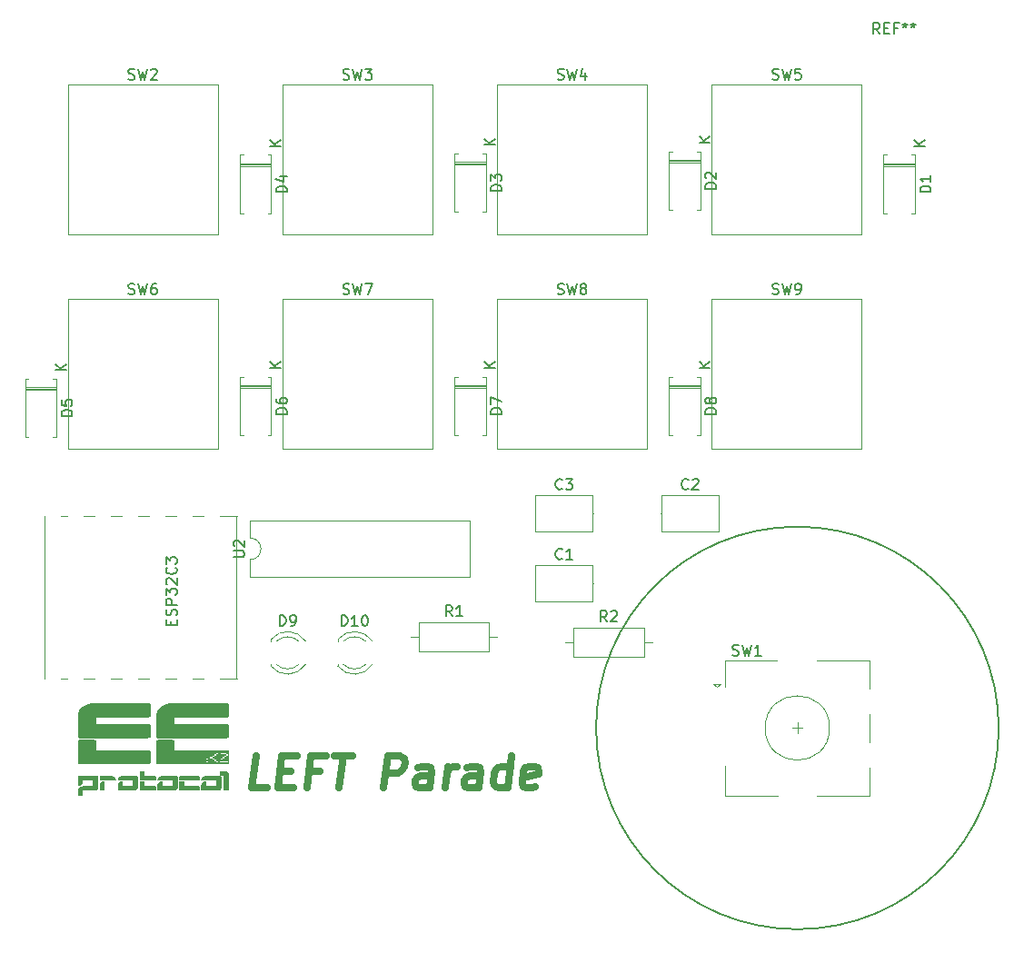
<source format=gbr>
%TF.GenerationSoftware,KiCad,Pcbnew,9.0.7*%
%TF.CreationDate,2026-01-20T04:17:16+09:00*%
%TF.ProjectId,LEFT_Parade,4c454654-5f50-4617-9261-64652e6b6963,rev?*%
%TF.SameCoordinates,Original*%
%TF.FileFunction,Legend,Top*%
%TF.FilePolarity,Positive*%
%FSLAX46Y46*%
G04 Gerber Fmt 4.6, Leading zero omitted, Abs format (unit mm)*
G04 Created by KiCad (PCBNEW 9.0.7) date 2026-01-20 04:17:16*
%MOMM*%
%LPD*%
G01*
G04 APERTURE LIST*
%ADD10C,0.700000*%
%ADD11C,0.200000*%
%ADD12C,0.150000*%
%ADD13C,0.120000*%
%ADD14C,0.000000*%
G04 APERTURE END LIST*
D10*
X64585526Y-102096457D02*
X63156954Y-102096457D01*
X63156954Y-102096457D02*
X63531954Y-99096457D01*
X65781954Y-100525028D02*
X66781954Y-100525028D01*
X67014097Y-102096457D02*
X65585525Y-102096457D01*
X65585525Y-102096457D02*
X65960525Y-99096457D01*
X65960525Y-99096457D02*
X67389097Y-99096457D01*
X69496240Y-100525028D02*
X68496240Y-100525028D01*
X68299811Y-102096457D02*
X68674811Y-99096457D01*
X68674811Y-99096457D02*
X70103383Y-99096457D01*
X70817669Y-99096457D02*
X72531954Y-99096457D01*
X71299812Y-102096457D02*
X71674812Y-99096457D01*
X75442668Y-102096457D02*
X75817668Y-99096457D01*
X75817668Y-99096457D02*
X76960525Y-99096457D01*
X76960525Y-99096457D02*
X77228382Y-99239314D01*
X77228382Y-99239314D02*
X77353382Y-99382171D01*
X77353382Y-99382171D02*
X77460525Y-99667885D01*
X77460525Y-99667885D02*
X77406954Y-100096457D01*
X77406954Y-100096457D02*
X77228382Y-100382171D01*
X77228382Y-100382171D02*
X77067668Y-100525028D01*
X77067668Y-100525028D02*
X76764097Y-100667885D01*
X76764097Y-100667885D02*
X75621240Y-100667885D01*
X79728382Y-102096457D02*
X79924811Y-100525028D01*
X79924811Y-100525028D02*
X79817668Y-100239314D01*
X79817668Y-100239314D02*
X79549811Y-100096457D01*
X79549811Y-100096457D02*
X78978382Y-100096457D01*
X78978382Y-100096457D02*
X78674811Y-100239314D01*
X79746240Y-101953600D02*
X79442668Y-102096457D01*
X79442668Y-102096457D02*
X78728382Y-102096457D01*
X78728382Y-102096457D02*
X78460525Y-101953600D01*
X78460525Y-101953600D02*
X78353382Y-101667885D01*
X78353382Y-101667885D02*
X78389097Y-101382171D01*
X78389097Y-101382171D02*
X78567668Y-101096457D01*
X78567668Y-101096457D02*
X78871240Y-100953600D01*
X78871240Y-100953600D02*
X79585525Y-100953600D01*
X79585525Y-100953600D02*
X79889097Y-100810742D01*
X81156954Y-102096457D02*
X81406954Y-100096457D01*
X81335526Y-100667885D02*
X81514097Y-100382171D01*
X81514097Y-100382171D02*
X81674811Y-100239314D01*
X81674811Y-100239314D02*
X81978383Y-100096457D01*
X81978383Y-100096457D02*
X82264097Y-100096457D01*
X84299811Y-102096457D02*
X84496240Y-100525028D01*
X84496240Y-100525028D02*
X84389097Y-100239314D01*
X84389097Y-100239314D02*
X84121240Y-100096457D01*
X84121240Y-100096457D02*
X83549811Y-100096457D01*
X83549811Y-100096457D02*
X83246240Y-100239314D01*
X84317669Y-101953600D02*
X84014097Y-102096457D01*
X84014097Y-102096457D02*
X83299811Y-102096457D01*
X83299811Y-102096457D02*
X83031954Y-101953600D01*
X83031954Y-101953600D02*
X82924811Y-101667885D01*
X82924811Y-101667885D02*
X82960526Y-101382171D01*
X82960526Y-101382171D02*
X83139097Y-101096457D01*
X83139097Y-101096457D02*
X83442669Y-100953600D01*
X83442669Y-100953600D02*
X84156954Y-100953600D01*
X84156954Y-100953600D02*
X84460526Y-100810742D01*
X87014097Y-102096457D02*
X87389097Y-99096457D01*
X87031955Y-101953600D02*
X86728383Y-102096457D01*
X86728383Y-102096457D02*
X86156955Y-102096457D01*
X86156955Y-102096457D02*
X85889097Y-101953600D01*
X85889097Y-101953600D02*
X85764097Y-101810742D01*
X85764097Y-101810742D02*
X85656955Y-101525028D01*
X85656955Y-101525028D02*
X85764097Y-100667885D01*
X85764097Y-100667885D02*
X85942669Y-100382171D01*
X85942669Y-100382171D02*
X86103383Y-100239314D01*
X86103383Y-100239314D02*
X86406955Y-100096457D01*
X86406955Y-100096457D02*
X86978383Y-100096457D01*
X86978383Y-100096457D02*
X87246240Y-100239314D01*
X89603383Y-101953600D02*
X89299812Y-102096457D01*
X89299812Y-102096457D02*
X88728383Y-102096457D01*
X88728383Y-102096457D02*
X88460526Y-101953600D01*
X88460526Y-101953600D02*
X88353383Y-101667885D01*
X88353383Y-101667885D02*
X88496241Y-100525028D01*
X88496241Y-100525028D02*
X88674812Y-100239314D01*
X88674812Y-100239314D02*
X88978383Y-100096457D01*
X88978383Y-100096457D02*
X89549812Y-100096457D01*
X89549812Y-100096457D02*
X89817669Y-100239314D01*
X89817669Y-100239314D02*
X89924812Y-100525028D01*
X89924812Y-100525028D02*
X89889098Y-100810742D01*
X89889098Y-100810742D02*
X88424812Y-101096457D01*
D11*
X132756665Y-96500000D02*
G75*
G02*
X95243335Y-96500000I-18756665J0D01*
G01*
X95243335Y-96500000D02*
G75*
G02*
X132756665Y-96500000I18756665J0D01*
G01*
D12*
X71666667Y-36033200D02*
X71809524Y-36080819D01*
X71809524Y-36080819D02*
X72047619Y-36080819D01*
X72047619Y-36080819D02*
X72142857Y-36033200D01*
X72142857Y-36033200D02*
X72190476Y-35985580D01*
X72190476Y-35985580D02*
X72238095Y-35890342D01*
X72238095Y-35890342D02*
X72238095Y-35795104D01*
X72238095Y-35795104D02*
X72190476Y-35699866D01*
X72190476Y-35699866D02*
X72142857Y-35652247D01*
X72142857Y-35652247D02*
X72047619Y-35604628D01*
X72047619Y-35604628D02*
X71857143Y-35557009D01*
X71857143Y-35557009D02*
X71761905Y-35509390D01*
X71761905Y-35509390D02*
X71714286Y-35461771D01*
X71714286Y-35461771D02*
X71666667Y-35366533D01*
X71666667Y-35366533D02*
X71666667Y-35271295D01*
X71666667Y-35271295D02*
X71714286Y-35176057D01*
X71714286Y-35176057D02*
X71761905Y-35128438D01*
X71761905Y-35128438D02*
X71857143Y-35080819D01*
X71857143Y-35080819D02*
X72095238Y-35080819D01*
X72095238Y-35080819D02*
X72238095Y-35128438D01*
X72571429Y-35080819D02*
X72809524Y-36080819D01*
X72809524Y-36080819D02*
X73000000Y-35366533D01*
X73000000Y-35366533D02*
X73190476Y-36080819D01*
X73190476Y-36080819D02*
X73428572Y-35080819D01*
X73714286Y-35080819D02*
X74333333Y-35080819D01*
X74333333Y-35080819D02*
X74000000Y-35461771D01*
X74000000Y-35461771D02*
X74142857Y-35461771D01*
X74142857Y-35461771D02*
X74238095Y-35509390D01*
X74238095Y-35509390D02*
X74285714Y-35557009D01*
X74285714Y-35557009D02*
X74333333Y-35652247D01*
X74333333Y-35652247D02*
X74333333Y-35890342D01*
X74333333Y-35890342D02*
X74285714Y-35985580D01*
X74285714Y-35985580D02*
X74238095Y-36033200D01*
X74238095Y-36033200D02*
X74142857Y-36080819D01*
X74142857Y-36080819D02*
X73857143Y-36080819D01*
X73857143Y-36080819D02*
X73761905Y-36033200D01*
X73761905Y-36033200D02*
X73714286Y-35985580D01*
X121666666Y-31804819D02*
X121333333Y-31328628D01*
X121095238Y-31804819D02*
X121095238Y-30804819D01*
X121095238Y-30804819D02*
X121476190Y-30804819D01*
X121476190Y-30804819D02*
X121571428Y-30852438D01*
X121571428Y-30852438D02*
X121619047Y-30900057D01*
X121619047Y-30900057D02*
X121666666Y-30995295D01*
X121666666Y-30995295D02*
X121666666Y-31138152D01*
X121666666Y-31138152D02*
X121619047Y-31233390D01*
X121619047Y-31233390D02*
X121571428Y-31281009D01*
X121571428Y-31281009D02*
X121476190Y-31328628D01*
X121476190Y-31328628D02*
X121095238Y-31328628D01*
X122095238Y-31281009D02*
X122428571Y-31281009D01*
X122571428Y-31804819D02*
X122095238Y-31804819D01*
X122095238Y-31804819D02*
X122095238Y-30804819D01*
X122095238Y-30804819D02*
X122571428Y-30804819D01*
X123333333Y-31281009D02*
X123000000Y-31281009D01*
X123000000Y-31804819D02*
X123000000Y-30804819D01*
X123000000Y-30804819D02*
X123476190Y-30804819D01*
X124000000Y-30804819D02*
X124000000Y-31042914D01*
X123761905Y-30947676D02*
X124000000Y-31042914D01*
X124000000Y-31042914D02*
X124238095Y-30947676D01*
X123857143Y-31233390D02*
X124000000Y-31042914D01*
X124000000Y-31042914D02*
X124142857Y-31233390D01*
X124761905Y-30804819D02*
X124761905Y-31042914D01*
X124523810Y-30947676D02*
X124761905Y-31042914D01*
X124761905Y-31042914D02*
X125000000Y-30947676D01*
X124619048Y-31233390D02*
X124761905Y-31042914D01*
X124761905Y-31042914D02*
X124904762Y-31233390D01*
X46424819Y-67428094D02*
X45424819Y-67428094D01*
X45424819Y-67428094D02*
X45424819Y-67189999D01*
X45424819Y-67189999D02*
X45472438Y-67047142D01*
X45472438Y-67047142D02*
X45567676Y-66951904D01*
X45567676Y-66951904D02*
X45662914Y-66904285D01*
X45662914Y-66904285D02*
X45853390Y-66856666D01*
X45853390Y-66856666D02*
X45996247Y-66856666D01*
X45996247Y-66856666D02*
X46186723Y-66904285D01*
X46186723Y-66904285D02*
X46281961Y-66951904D01*
X46281961Y-66951904D02*
X46377200Y-67047142D01*
X46377200Y-67047142D02*
X46424819Y-67189999D01*
X46424819Y-67189999D02*
X46424819Y-67428094D01*
X45424819Y-65951904D02*
X45424819Y-66428094D01*
X45424819Y-66428094D02*
X45901009Y-66475713D01*
X45901009Y-66475713D02*
X45853390Y-66428094D01*
X45853390Y-66428094D02*
X45805771Y-66332856D01*
X45805771Y-66332856D02*
X45805771Y-66094761D01*
X45805771Y-66094761D02*
X45853390Y-65999523D01*
X45853390Y-65999523D02*
X45901009Y-65951904D01*
X45901009Y-65951904D02*
X45996247Y-65904285D01*
X45996247Y-65904285D02*
X46234342Y-65904285D01*
X46234342Y-65904285D02*
X46329580Y-65951904D01*
X46329580Y-65951904D02*
X46377200Y-65999523D01*
X46377200Y-65999523D02*
X46424819Y-66094761D01*
X46424819Y-66094761D02*
X46424819Y-66332856D01*
X46424819Y-66332856D02*
X46377200Y-66428094D01*
X46377200Y-66428094D02*
X46329580Y-66475713D01*
X45854819Y-63141904D02*
X44854819Y-63141904D01*
X45854819Y-62570476D02*
X45283390Y-62999047D01*
X44854819Y-62570476D02*
X45426247Y-63141904D01*
X111666667Y-56033200D02*
X111809524Y-56080819D01*
X111809524Y-56080819D02*
X112047619Y-56080819D01*
X112047619Y-56080819D02*
X112142857Y-56033200D01*
X112142857Y-56033200D02*
X112190476Y-55985580D01*
X112190476Y-55985580D02*
X112238095Y-55890342D01*
X112238095Y-55890342D02*
X112238095Y-55795104D01*
X112238095Y-55795104D02*
X112190476Y-55699866D01*
X112190476Y-55699866D02*
X112142857Y-55652247D01*
X112142857Y-55652247D02*
X112047619Y-55604628D01*
X112047619Y-55604628D02*
X111857143Y-55557009D01*
X111857143Y-55557009D02*
X111761905Y-55509390D01*
X111761905Y-55509390D02*
X111714286Y-55461771D01*
X111714286Y-55461771D02*
X111666667Y-55366533D01*
X111666667Y-55366533D02*
X111666667Y-55271295D01*
X111666667Y-55271295D02*
X111714286Y-55176057D01*
X111714286Y-55176057D02*
X111761905Y-55128438D01*
X111761905Y-55128438D02*
X111857143Y-55080819D01*
X111857143Y-55080819D02*
X112095238Y-55080819D01*
X112095238Y-55080819D02*
X112238095Y-55128438D01*
X112571429Y-55080819D02*
X112809524Y-56080819D01*
X112809524Y-56080819D02*
X113000000Y-55366533D01*
X113000000Y-55366533D02*
X113190476Y-56080819D01*
X113190476Y-56080819D02*
X113428572Y-55080819D01*
X113857143Y-56080819D02*
X114047619Y-56080819D01*
X114047619Y-56080819D02*
X114142857Y-56033200D01*
X114142857Y-56033200D02*
X114190476Y-55985580D01*
X114190476Y-55985580D02*
X114285714Y-55842723D01*
X114285714Y-55842723D02*
X114333333Y-55652247D01*
X114333333Y-55652247D02*
X114333333Y-55271295D01*
X114333333Y-55271295D02*
X114285714Y-55176057D01*
X114285714Y-55176057D02*
X114238095Y-55128438D01*
X114238095Y-55128438D02*
X114142857Y-55080819D01*
X114142857Y-55080819D02*
X113952381Y-55080819D01*
X113952381Y-55080819D02*
X113857143Y-55128438D01*
X113857143Y-55128438D02*
X113809524Y-55176057D01*
X113809524Y-55176057D02*
X113761905Y-55271295D01*
X113761905Y-55271295D02*
X113761905Y-55509390D01*
X113761905Y-55509390D02*
X113809524Y-55604628D01*
X113809524Y-55604628D02*
X113857143Y-55652247D01*
X113857143Y-55652247D02*
X113952381Y-55699866D01*
X113952381Y-55699866D02*
X114142857Y-55699866D01*
X114142857Y-55699866D02*
X114238095Y-55652247D01*
X114238095Y-55652247D02*
X114285714Y-55604628D01*
X114285714Y-55604628D02*
X114333333Y-55509390D01*
D11*
X55643409Y-86870326D02*
X55643409Y-86536993D01*
X56167219Y-86394136D02*
X56167219Y-86870326D01*
X56167219Y-86870326D02*
X55167219Y-86870326D01*
X55167219Y-86870326D02*
X55167219Y-86394136D01*
X56119600Y-86013183D02*
X56167219Y-85870326D01*
X56167219Y-85870326D02*
X56167219Y-85632231D01*
X56167219Y-85632231D02*
X56119600Y-85536993D01*
X56119600Y-85536993D02*
X56071980Y-85489374D01*
X56071980Y-85489374D02*
X55976742Y-85441755D01*
X55976742Y-85441755D02*
X55881504Y-85441755D01*
X55881504Y-85441755D02*
X55786266Y-85489374D01*
X55786266Y-85489374D02*
X55738647Y-85536993D01*
X55738647Y-85536993D02*
X55691028Y-85632231D01*
X55691028Y-85632231D02*
X55643409Y-85822707D01*
X55643409Y-85822707D02*
X55595790Y-85917945D01*
X55595790Y-85917945D02*
X55548171Y-85965564D01*
X55548171Y-85965564D02*
X55452933Y-86013183D01*
X55452933Y-86013183D02*
X55357695Y-86013183D01*
X55357695Y-86013183D02*
X55262457Y-85965564D01*
X55262457Y-85965564D02*
X55214838Y-85917945D01*
X55214838Y-85917945D02*
X55167219Y-85822707D01*
X55167219Y-85822707D02*
X55167219Y-85584612D01*
X55167219Y-85584612D02*
X55214838Y-85441755D01*
X56167219Y-85013183D02*
X55167219Y-85013183D01*
X55167219Y-85013183D02*
X55167219Y-84632231D01*
X55167219Y-84632231D02*
X55214838Y-84536993D01*
X55214838Y-84536993D02*
X55262457Y-84489374D01*
X55262457Y-84489374D02*
X55357695Y-84441755D01*
X55357695Y-84441755D02*
X55500552Y-84441755D01*
X55500552Y-84441755D02*
X55595790Y-84489374D01*
X55595790Y-84489374D02*
X55643409Y-84536993D01*
X55643409Y-84536993D02*
X55691028Y-84632231D01*
X55691028Y-84632231D02*
X55691028Y-85013183D01*
X55167219Y-84108421D02*
X55167219Y-83489374D01*
X55167219Y-83489374D02*
X55548171Y-83822707D01*
X55548171Y-83822707D02*
X55548171Y-83679850D01*
X55548171Y-83679850D02*
X55595790Y-83584612D01*
X55595790Y-83584612D02*
X55643409Y-83536993D01*
X55643409Y-83536993D02*
X55738647Y-83489374D01*
X55738647Y-83489374D02*
X55976742Y-83489374D01*
X55976742Y-83489374D02*
X56071980Y-83536993D01*
X56071980Y-83536993D02*
X56119600Y-83584612D01*
X56119600Y-83584612D02*
X56167219Y-83679850D01*
X56167219Y-83679850D02*
X56167219Y-83965564D01*
X56167219Y-83965564D02*
X56119600Y-84060802D01*
X56119600Y-84060802D02*
X56071980Y-84108421D01*
X55262457Y-83108421D02*
X55214838Y-83060802D01*
X55214838Y-83060802D02*
X55167219Y-82965564D01*
X55167219Y-82965564D02*
X55167219Y-82727469D01*
X55167219Y-82727469D02*
X55214838Y-82632231D01*
X55214838Y-82632231D02*
X55262457Y-82584612D01*
X55262457Y-82584612D02*
X55357695Y-82536993D01*
X55357695Y-82536993D02*
X55452933Y-82536993D01*
X55452933Y-82536993D02*
X55595790Y-82584612D01*
X55595790Y-82584612D02*
X56167219Y-83156040D01*
X56167219Y-83156040D02*
X56167219Y-82536993D01*
X56071980Y-81536993D02*
X56119600Y-81584612D01*
X56119600Y-81584612D02*
X56167219Y-81727469D01*
X56167219Y-81727469D02*
X56167219Y-81822707D01*
X56167219Y-81822707D02*
X56119600Y-81965564D01*
X56119600Y-81965564D02*
X56024361Y-82060802D01*
X56024361Y-82060802D02*
X55929123Y-82108421D01*
X55929123Y-82108421D02*
X55738647Y-82156040D01*
X55738647Y-82156040D02*
X55595790Y-82156040D01*
X55595790Y-82156040D02*
X55405314Y-82108421D01*
X55405314Y-82108421D02*
X55310076Y-82060802D01*
X55310076Y-82060802D02*
X55214838Y-81965564D01*
X55214838Y-81965564D02*
X55167219Y-81822707D01*
X55167219Y-81822707D02*
X55167219Y-81727469D01*
X55167219Y-81727469D02*
X55214838Y-81584612D01*
X55214838Y-81584612D02*
X55262457Y-81536993D01*
X55167219Y-81203659D02*
X55167219Y-80584612D01*
X55167219Y-80584612D02*
X55548171Y-80917945D01*
X55548171Y-80917945D02*
X55548171Y-80775088D01*
X55548171Y-80775088D02*
X55595790Y-80679850D01*
X55595790Y-80679850D02*
X55643409Y-80632231D01*
X55643409Y-80632231D02*
X55738647Y-80584612D01*
X55738647Y-80584612D02*
X55976742Y-80584612D01*
X55976742Y-80584612D02*
X56071980Y-80632231D01*
X56071980Y-80632231D02*
X56119600Y-80679850D01*
X56119600Y-80679850D02*
X56167219Y-80775088D01*
X56167219Y-80775088D02*
X56167219Y-81060802D01*
X56167219Y-81060802D02*
X56119600Y-81156040D01*
X56119600Y-81156040D02*
X56071980Y-81203659D01*
D12*
X96253333Y-86584819D02*
X95920000Y-86108628D01*
X95681905Y-86584819D02*
X95681905Y-85584819D01*
X95681905Y-85584819D02*
X96062857Y-85584819D01*
X96062857Y-85584819D02*
X96158095Y-85632438D01*
X96158095Y-85632438D02*
X96205714Y-85680057D01*
X96205714Y-85680057D02*
X96253333Y-85775295D01*
X96253333Y-85775295D02*
X96253333Y-85918152D01*
X96253333Y-85918152D02*
X96205714Y-86013390D01*
X96205714Y-86013390D02*
X96158095Y-86061009D01*
X96158095Y-86061009D02*
X96062857Y-86108628D01*
X96062857Y-86108628D02*
X95681905Y-86108628D01*
X96634286Y-85680057D02*
X96681905Y-85632438D01*
X96681905Y-85632438D02*
X96777143Y-85584819D01*
X96777143Y-85584819D02*
X97015238Y-85584819D01*
X97015238Y-85584819D02*
X97110476Y-85632438D01*
X97110476Y-85632438D02*
X97158095Y-85680057D01*
X97158095Y-85680057D02*
X97205714Y-85775295D01*
X97205714Y-85775295D02*
X97205714Y-85870533D01*
X97205714Y-85870533D02*
X97158095Y-86013390D01*
X97158095Y-86013390D02*
X96586667Y-86584819D01*
X96586667Y-86584819D02*
X97205714Y-86584819D01*
X86424819Y-46428094D02*
X85424819Y-46428094D01*
X85424819Y-46428094D02*
X85424819Y-46189999D01*
X85424819Y-46189999D02*
X85472438Y-46047142D01*
X85472438Y-46047142D02*
X85567676Y-45951904D01*
X85567676Y-45951904D02*
X85662914Y-45904285D01*
X85662914Y-45904285D02*
X85853390Y-45856666D01*
X85853390Y-45856666D02*
X85996247Y-45856666D01*
X85996247Y-45856666D02*
X86186723Y-45904285D01*
X86186723Y-45904285D02*
X86281961Y-45951904D01*
X86281961Y-45951904D02*
X86377200Y-46047142D01*
X86377200Y-46047142D02*
X86424819Y-46189999D01*
X86424819Y-46189999D02*
X86424819Y-46428094D01*
X85424819Y-45523332D02*
X85424819Y-44904285D01*
X85424819Y-44904285D02*
X85805771Y-45237618D01*
X85805771Y-45237618D02*
X85805771Y-45094761D01*
X85805771Y-45094761D02*
X85853390Y-44999523D01*
X85853390Y-44999523D02*
X85901009Y-44951904D01*
X85901009Y-44951904D02*
X85996247Y-44904285D01*
X85996247Y-44904285D02*
X86234342Y-44904285D01*
X86234342Y-44904285D02*
X86329580Y-44951904D01*
X86329580Y-44951904D02*
X86377200Y-44999523D01*
X86377200Y-44999523D02*
X86424819Y-45094761D01*
X86424819Y-45094761D02*
X86424819Y-45380475D01*
X86424819Y-45380475D02*
X86377200Y-45475713D01*
X86377200Y-45475713D02*
X86329580Y-45523332D01*
X85854819Y-42141904D02*
X84854819Y-42141904D01*
X85854819Y-41570476D02*
X85283390Y-41999047D01*
X84854819Y-41570476D02*
X85426247Y-42141904D01*
X103833333Y-74189580D02*
X103785714Y-74237200D01*
X103785714Y-74237200D02*
X103642857Y-74284819D01*
X103642857Y-74284819D02*
X103547619Y-74284819D01*
X103547619Y-74284819D02*
X103404762Y-74237200D01*
X103404762Y-74237200D02*
X103309524Y-74141961D01*
X103309524Y-74141961D02*
X103261905Y-74046723D01*
X103261905Y-74046723D02*
X103214286Y-73856247D01*
X103214286Y-73856247D02*
X103214286Y-73713390D01*
X103214286Y-73713390D02*
X103261905Y-73522914D01*
X103261905Y-73522914D02*
X103309524Y-73427676D01*
X103309524Y-73427676D02*
X103404762Y-73332438D01*
X103404762Y-73332438D02*
X103547619Y-73284819D01*
X103547619Y-73284819D02*
X103642857Y-73284819D01*
X103642857Y-73284819D02*
X103785714Y-73332438D01*
X103785714Y-73332438D02*
X103833333Y-73380057D01*
X104214286Y-73380057D02*
X104261905Y-73332438D01*
X104261905Y-73332438D02*
X104357143Y-73284819D01*
X104357143Y-73284819D02*
X104595238Y-73284819D01*
X104595238Y-73284819D02*
X104690476Y-73332438D01*
X104690476Y-73332438D02*
X104738095Y-73380057D01*
X104738095Y-73380057D02*
X104785714Y-73475295D01*
X104785714Y-73475295D02*
X104785714Y-73570533D01*
X104785714Y-73570533D02*
X104738095Y-73713390D01*
X104738095Y-73713390D02*
X104166667Y-74284819D01*
X104166667Y-74284819D02*
X104785714Y-74284819D01*
X65761905Y-86994819D02*
X65761905Y-85994819D01*
X65761905Y-85994819D02*
X66000000Y-85994819D01*
X66000000Y-85994819D02*
X66142857Y-86042438D01*
X66142857Y-86042438D02*
X66238095Y-86137676D01*
X66238095Y-86137676D02*
X66285714Y-86232914D01*
X66285714Y-86232914D02*
X66333333Y-86423390D01*
X66333333Y-86423390D02*
X66333333Y-86566247D01*
X66333333Y-86566247D02*
X66285714Y-86756723D01*
X66285714Y-86756723D02*
X66238095Y-86851961D01*
X66238095Y-86851961D02*
X66142857Y-86947200D01*
X66142857Y-86947200D02*
X66000000Y-86994819D01*
X66000000Y-86994819D02*
X65761905Y-86994819D01*
X66809524Y-86994819D02*
X67000000Y-86994819D01*
X67000000Y-86994819D02*
X67095238Y-86947200D01*
X67095238Y-86947200D02*
X67142857Y-86899580D01*
X67142857Y-86899580D02*
X67238095Y-86756723D01*
X67238095Y-86756723D02*
X67285714Y-86566247D01*
X67285714Y-86566247D02*
X67285714Y-86185295D01*
X67285714Y-86185295D02*
X67238095Y-86090057D01*
X67238095Y-86090057D02*
X67190476Y-86042438D01*
X67190476Y-86042438D02*
X67095238Y-85994819D01*
X67095238Y-85994819D02*
X66904762Y-85994819D01*
X66904762Y-85994819D02*
X66809524Y-86042438D01*
X66809524Y-86042438D02*
X66761905Y-86090057D01*
X66761905Y-86090057D02*
X66714286Y-86185295D01*
X66714286Y-86185295D02*
X66714286Y-86423390D01*
X66714286Y-86423390D02*
X66761905Y-86518628D01*
X66761905Y-86518628D02*
X66809524Y-86566247D01*
X66809524Y-86566247D02*
X66904762Y-86613866D01*
X66904762Y-86613866D02*
X67095238Y-86613866D01*
X67095238Y-86613866D02*
X67190476Y-86566247D01*
X67190476Y-86566247D02*
X67238095Y-86518628D01*
X67238095Y-86518628D02*
X67285714Y-86423390D01*
X91666667Y-36033200D02*
X91809524Y-36080819D01*
X91809524Y-36080819D02*
X92047619Y-36080819D01*
X92047619Y-36080819D02*
X92142857Y-36033200D01*
X92142857Y-36033200D02*
X92190476Y-35985580D01*
X92190476Y-35985580D02*
X92238095Y-35890342D01*
X92238095Y-35890342D02*
X92238095Y-35795104D01*
X92238095Y-35795104D02*
X92190476Y-35699866D01*
X92190476Y-35699866D02*
X92142857Y-35652247D01*
X92142857Y-35652247D02*
X92047619Y-35604628D01*
X92047619Y-35604628D02*
X91857143Y-35557009D01*
X91857143Y-35557009D02*
X91761905Y-35509390D01*
X91761905Y-35509390D02*
X91714286Y-35461771D01*
X91714286Y-35461771D02*
X91666667Y-35366533D01*
X91666667Y-35366533D02*
X91666667Y-35271295D01*
X91666667Y-35271295D02*
X91714286Y-35176057D01*
X91714286Y-35176057D02*
X91761905Y-35128438D01*
X91761905Y-35128438D02*
X91857143Y-35080819D01*
X91857143Y-35080819D02*
X92095238Y-35080819D01*
X92095238Y-35080819D02*
X92238095Y-35128438D01*
X92571429Y-35080819D02*
X92809524Y-36080819D01*
X92809524Y-36080819D02*
X93000000Y-35366533D01*
X93000000Y-35366533D02*
X93190476Y-36080819D01*
X93190476Y-36080819D02*
X93428572Y-35080819D01*
X94238095Y-35414152D02*
X94238095Y-36080819D01*
X94000000Y-35033200D02*
X93761905Y-35747485D01*
X93761905Y-35747485D02*
X94380952Y-35747485D01*
X51666667Y-56033200D02*
X51809524Y-56080819D01*
X51809524Y-56080819D02*
X52047619Y-56080819D01*
X52047619Y-56080819D02*
X52142857Y-56033200D01*
X52142857Y-56033200D02*
X52190476Y-55985580D01*
X52190476Y-55985580D02*
X52238095Y-55890342D01*
X52238095Y-55890342D02*
X52238095Y-55795104D01*
X52238095Y-55795104D02*
X52190476Y-55699866D01*
X52190476Y-55699866D02*
X52142857Y-55652247D01*
X52142857Y-55652247D02*
X52047619Y-55604628D01*
X52047619Y-55604628D02*
X51857143Y-55557009D01*
X51857143Y-55557009D02*
X51761905Y-55509390D01*
X51761905Y-55509390D02*
X51714286Y-55461771D01*
X51714286Y-55461771D02*
X51666667Y-55366533D01*
X51666667Y-55366533D02*
X51666667Y-55271295D01*
X51666667Y-55271295D02*
X51714286Y-55176057D01*
X51714286Y-55176057D02*
X51761905Y-55128438D01*
X51761905Y-55128438D02*
X51857143Y-55080819D01*
X51857143Y-55080819D02*
X52095238Y-55080819D01*
X52095238Y-55080819D02*
X52238095Y-55128438D01*
X52571429Y-55080819D02*
X52809524Y-56080819D01*
X52809524Y-56080819D02*
X53000000Y-55366533D01*
X53000000Y-55366533D02*
X53190476Y-56080819D01*
X53190476Y-56080819D02*
X53428572Y-55080819D01*
X54238095Y-55080819D02*
X54047619Y-55080819D01*
X54047619Y-55080819D02*
X53952381Y-55128438D01*
X53952381Y-55128438D02*
X53904762Y-55176057D01*
X53904762Y-55176057D02*
X53809524Y-55318914D01*
X53809524Y-55318914D02*
X53761905Y-55509390D01*
X53761905Y-55509390D02*
X53761905Y-55890342D01*
X53761905Y-55890342D02*
X53809524Y-55985580D01*
X53809524Y-55985580D02*
X53857143Y-56033200D01*
X53857143Y-56033200D02*
X53952381Y-56080819D01*
X53952381Y-56080819D02*
X54142857Y-56080819D01*
X54142857Y-56080819D02*
X54238095Y-56033200D01*
X54238095Y-56033200D02*
X54285714Y-55985580D01*
X54285714Y-55985580D02*
X54333333Y-55890342D01*
X54333333Y-55890342D02*
X54333333Y-55652247D01*
X54333333Y-55652247D02*
X54285714Y-55557009D01*
X54285714Y-55557009D02*
X54238095Y-55509390D01*
X54238095Y-55509390D02*
X54142857Y-55461771D01*
X54142857Y-55461771D02*
X53952381Y-55461771D01*
X53952381Y-55461771D02*
X53857143Y-55509390D01*
X53857143Y-55509390D02*
X53809524Y-55557009D01*
X53809524Y-55557009D02*
X53761905Y-55652247D01*
X61464819Y-80571904D02*
X62274342Y-80571904D01*
X62274342Y-80571904D02*
X62369580Y-80524285D01*
X62369580Y-80524285D02*
X62417200Y-80476666D01*
X62417200Y-80476666D02*
X62464819Y-80381428D01*
X62464819Y-80381428D02*
X62464819Y-80190952D01*
X62464819Y-80190952D02*
X62417200Y-80095714D01*
X62417200Y-80095714D02*
X62369580Y-80048095D01*
X62369580Y-80048095D02*
X62274342Y-80000476D01*
X62274342Y-80000476D02*
X61464819Y-80000476D01*
X61560057Y-79571904D02*
X61512438Y-79524285D01*
X61512438Y-79524285D02*
X61464819Y-79429047D01*
X61464819Y-79429047D02*
X61464819Y-79190952D01*
X61464819Y-79190952D02*
X61512438Y-79095714D01*
X61512438Y-79095714D02*
X61560057Y-79048095D01*
X61560057Y-79048095D02*
X61655295Y-79000476D01*
X61655295Y-79000476D02*
X61750533Y-79000476D01*
X61750533Y-79000476D02*
X61893390Y-79048095D01*
X61893390Y-79048095D02*
X62464819Y-79619523D01*
X62464819Y-79619523D02*
X62464819Y-79000476D01*
X106424819Y-67238094D02*
X105424819Y-67238094D01*
X105424819Y-67238094D02*
X105424819Y-66999999D01*
X105424819Y-66999999D02*
X105472438Y-66857142D01*
X105472438Y-66857142D02*
X105567676Y-66761904D01*
X105567676Y-66761904D02*
X105662914Y-66714285D01*
X105662914Y-66714285D02*
X105853390Y-66666666D01*
X105853390Y-66666666D02*
X105996247Y-66666666D01*
X105996247Y-66666666D02*
X106186723Y-66714285D01*
X106186723Y-66714285D02*
X106281961Y-66761904D01*
X106281961Y-66761904D02*
X106377200Y-66857142D01*
X106377200Y-66857142D02*
X106424819Y-66999999D01*
X106424819Y-66999999D02*
X106424819Y-67238094D01*
X105853390Y-66095237D02*
X105805771Y-66190475D01*
X105805771Y-66190475D02*
X105758152Y-66238094D01*
X105758152Y-66238094D02*
X105662914Y-66285713D01*
X105662914Y-66285713D02*
X105615295Y-66285713D01*
X105615295Y-66285713D02*
X105520057Y-66238094D01*
X105520057Y-66238094D02*
X105472438Y-66190475D01*
X105472438Y-66190475D02*
X105424819Y-66095237D01*
X105424819Y-66095237D02*
X105424819Y-65904761D01*
X105424819Y-65904761D02*
X105472438Y-65809523D01*
X105472438Y-65809523D02*
X105520057Y-65761904D01*
X105520057Y-65761904D02*
X105615295Y-65714285D01*
X105615295Y-65714285D02*
X105662914Y-65714285D01*
X105662914Y-65714285D02*
X105758152Y-65761904D01*
X105758152Y-65761904D02*
X105805771Y-65809523D01*
X105805771Y-65809523D02*
X105853390Y-65904761D01*
X105853390Y-65904761D02*
X105853390Y-66095237D01*
X105853390Y-66095237D02*
X105901009Y-66190475D01*
X105901009Y-66190475D02*
X105948628Y-66238094D01*
X105948628Y-66238094D02*
X106043866Y-66285713D01*
X106043866Y-66285713D02*
X106234342Y-66285713D01*
X106234342Y-66285713D02*
X106329580Y-66238094D01*
X106329580Y-66238094D02*
X106377200Y-66190475D01*
X106377200Y-66190475D02*
X106424819Y-66095237D01*
X106424819Y-66095237D02*
X106424819Y-65904761D01*
X106424819Y-65904761D02*
X106377200Y-65809523D01*
X106377200Y-65809523D02*
X106329580Y-65761904D01*
X106329580Y-65761904D02*
X106234342Y-65714285D01*
X106234342Y-65714285D02*
X106043866Y-65714285D01*
X106043866Y-65714285D02*
X105948628Y-65761904D01*
X105948628Y-65761904D02*
X105901009Y-65809523D01*
X105901009Y-65809523D02*
X105853390Y-65904761D01*
X105854819Y-62951904D02*
X104854819Y-62951904D01*
X105854819Y-62380476D02*
X105283390Y-62809047D01*
X104854819Y-62380476D02*
X105426247Y-62951904D01*
X81833333Y-86084819D02*
X81500000Y-85608628D01*
X81261905Y-86084819D02*
X81261905Y-85084819D01*
X81261905Y-85084819D02*
X81642857Y-85084819D01*
X81642857Y-85084819D02*
X81738095Y-85132438D01*
X81738095Y-85132438D02*
X81785714Y-85180057D01*
X81785714Y-85180057D02*
X81833333Y-85275295D01*
X81833333Y-85275295D02*
X81833333Y-85418152D01*
X81833333Y-85418152D02*
X81785714Y-85513390D01*
X81785714Y-85513390D02*
X81738095Y-85561009D01*
X81738095Y-85561009D02*
X81642857Y-85608628D01*
X81642857Y-85608628D02*
X81261905Y-85608628D01*
X82785714Y-86084819D02*
X82214286Y-86084819D01*
X82500000Y-86084819D02*
X82500000Y-85084819D01*
X82500000Y-85084819D02*
X82404762Y-85227676D01*
X82404762Y-85227676D02*
X82309524Y-85322914D01*
X82309524Y-85322914D02*
X82214286Y-85370533D01*
X66424819Y-46548094D02*
X65424819Y-46548094D01*
X65424819Y-46548094D02*
X65424819Y-46309999D01*
X65424819Y-46309999D02*
X65472438Y-46167142D01*
X65472438Y-46167142D02*
X65567676Y-46071904D01*
X65567676Y-46071904D02*
X65662914Y-46024285D01*
X65662914Y-46024285D02*
X65853390Y-45976666D01*
X65853390Y-45976666D02*
X65996247Y-45976666D01*
X65996247Y-45976666D02*
X66186723Y-46024285D01*
X66186723Y-46024285D02*
X66281961Y-46071904D01*
X66281961Y-46071904D02*
X66377200Y-46167142D01*
X66377200Y-46167142D02*
X66424819Y-46309999D01*
X66424819Y-46309999D02*
X66424819Y-46548094D01*
X65758152Y-45119523D02*
X66424819Y-45119523D01*
X65377200Y-45357618D02*
X66091485Y-45595713D01*
X66091485Y-45595713D02*
X66091485Y-44976666D01*
X65854819Y-42261904D02*
X64854819Y-42261904D01*
X65854819Y-41690476D02*
X65283390Y-42119047D01*
X64854819Y-41690476D02*
X65426247Y-42261904D01*
X126424819Y-46548094D02*
X125424819Y-46548094D01*
X125424819Y-46548094D02*
X125424819Y-46309999D01*
X125424819Y-46309999D02*
X125472438Y-46167142D01*
X125472438Y-46167142D02*
X125567676Y-46071904D01*
X125567676Y-46071904D02*
X125662914Y-46024285D01*
X125662914Y-46024285D02*
X125853390Y-45976666D01*
X125853390Y-45976666D02*
X125996247Y-45976666D01*
X125996247Y-45976666D02*
X126186723Y-46024285D01*
X126186723Y-46024285D02*
X126281961Y-46071904D01*
X126281961Y-46071904D02*
X126377200Y-46167142D01*
X126377200Y-46167142D02*
X126424819Y-46309999D01*
X126424819Y-46309999D02*
X126424819Y-46548094D01*
X126424819Y-45024285D02*
X126424819Y-45595713D01*
X126424819Y-45309999D02*
X125424819Y-45309999D01*
X125424819Y-45309999D02*
X125567676Y-45405237D01*
X125567676Y-45405237D02*
X125662914Y-45500475D01*
X125662914Y-45500475D02*
X125710533Y-45595713D01*
X125854819Y-42261904D02*
X124854819Y-42261904D01*
X125854819Y-41690476D02*
X125283390Y-42119047D01*
X124854819Y-41690476D02*
X125426247Y-42261904D01*
X71666667Y-56033200D02*
X71809524Y-56080819D01*
X71809524Y-56080819D02*
X72047619Y-56080819D01*
X72047619Y-56080819D02*
X72142857Y-56033200D01*
X72142857Y-56033200D02*
X72190476Y-55985580D01*
X72190476Y-55985580D02*
X72238095Y-55890342D01*
X72238095Y-55890342D02*
X72238095Y-55795104D01*
X72238095Y-55795104D02*
X72190476Y-55699866D01*
X72190476Y-55699866D02*
X72142857Y-55652247D01*
X72142857Y-55652247D02*
X72047619Y-55604628D01*
X72047619Y-55604628D02*
X71857143Y-55557009D01*
X71857143Y-55557009D02*
X71761905Y-55509390D01*
X71761905Y-55509390D02*
X71714286Y-55461771D01*
X71714286Y-55461771D02*
X71666667Y-55366533D01*
X71666667Y-55366533D02*
X71666667Y-55271295D01*
X71666667Y-55271295D02*
X71714286Y-55176057D01*
X71714286Y-55176057D02*
X71761905Y-55128438D01*
X71761905Y-55128438D02*
X71857143Y-55080819D01*
X71857143Y-55080819D02*
X72095238Y-55080819D01*
X72095238Y-55080819D02*
X72238095Y-55128438D01*
X72571429Y-55080819D02*
X72809524Y-56080819D01*
X72809524Y-56080819D02*
X73000000Y-55366533D01*
X73000000Y-55366533D02*
X73190476Y-56080819D01*
X73190476Y-56080819D02*
X73428572Y-55080819D01*
X73714286Y-55080819D02*
X74380952Y-55080819D01*
X74380952Y-55080819D02*
X73952381Y-56080819D01*
X51666667Y-36033200D02*
X51809524Y-36080819D01*
X51809524Y-36080819D02*
X52047619Y-36080819D01*
X52047619Y-36080819D02*
X52142857Y-36033200D01*
X52142857Y-36033200D02*
X52190476Y-35985580D01*
X52190476Y-35985580D02*
X52238095Y-35890342D01*
X52238095Y-35890342D02*
X52238095Y-35795104D01*
X52238095Y-35795104D02*
X52190476Y-35699866D01*
X52190476Y-35699866D02*
X52142857Y-35652247D01*
X52142857Y-35652247D02*
X52047619Y-35604628D01*
X52047619Y-35604628D02*
X51857143Y-35557009D01*
X51857143Y-35557009D02*
X51761905Y-35509390D01*
X51761905Y-35509390D02*
X51714286Y-35461771D01*
X51714286Y-35461771D02*
X51666667Y-35366533D01*
X51666667Y-35366533D02*
X51666667Y-35271295D01*
X51666667Y-35271295D02*
X51714286Y-35176057D01*
X51714286Y-35176057D02*
X51761905Y-35128438D01*
X51761905Y-35128438D02*
X51857143Y-35080819D01*
X51857143Y-35080819D02*
X52095238Y-35080819D01*
X52095238Y-35080819D02*
X52238095Y-35128438D01*
X52571429Y-35080819D02*
X52809524Y-36080819D01*
X52809524Y-36080819D02*
X53000000Y-35366533D01*
X53000000Y-35366533D02*
X53190476Y-36080819D01*
X53190476Y-36080819D02*
X53428572Y-35080819D01*
X53761905Y-35176057D02*
X53809524Y-35128438D01*
X53809524Y-35128438D02*
X53904762Y-35080819D01*
X53904762Y-35080819D02*
X54142857Y-35080819D01*
X54142857Y-35080819D02*
X54238095Y-35128438D01*
X54238095Y-35128438D02*
X54285714Y-35176057D01*
X54285714Y-35176057D02*
X54333333Y-35271295D01*
X54333333Y-35271295D02*
X54333333Y-35366533D01*
X54333333Y-35366533D02*
X54285714Y-35509390D01*
X54285714Y-35509390D02*
X53714286Y-36080819D01*
X53714286Y-36080819D02*
X54333333Y-36080819D01*
X92083333Y-80689580D02*
X92035714Y-80737200D01*
X92035714Y-80737200D02*
X91892857Y-80784819D01*
X91892857Y-80784819D02*
X91797619Y-80784819D01*
X91797619Y-80784819D02*
X91654762Y-80737200D01*
X91654762Y-80737200D02*
X91559524Y-80641961D01*
X91559524Y-80641961D02*
X91511905Y-80546723D01*
X91511905Y-80546723D02*
X91464286Y-80356247D01*
X91464286Y-80356247D02*
X91464286Y-80213390D01*
X91464286Y-80213390D02*
X91511905Y-80022914D01*
X91511905Y-80022914D02*
X91559524Y-79927676D01*
X91559524Y-79927676D02*
X91654762Y-79832438D01*
X91654762Y-79832438D02*
X91797619Y-79784819D01*
X91797619Y-79784819D02*
X91892857Y-79784819D01*
X91892857Y-79784819D02*
X92035714Y-79832438D01*
X92035714Y-79832438D02*
X92083333Y-79880057D01*
X93035714Y-80784819D02*
X92464286Y-80784819D01*
X92750000Y-80784819D02*
X92750000Y-79784819D01*
X92750000Y-79784819D02*
X92654762Y-79927676D01*
X92654762Y-79927676D02*
X92559524Y-80022914D01*
X92559524Y-80022914D02*
X92464286Y-80070533D01*
X86424819Y-67238094D02*
X85424819Y-67238094D01*
X85424819Y-67238094D02*
X85424819Y-66999999D01*
X85424819Y-66999999D02*
X85472438Y-66857142D01*
X85472438Y-66857142D02*
X85567676Y-66761904D01*
X85567676Y-66761904D02*
X85662914Y-66714285D01*
X85662914Y-66714285D02*
X85853390Y-66666666D01*
X85853390Y-66666666D02*
X85996247Y-66666666D01*
X85996247Y-66666666D02*
X86186723Y-66714285D01*
X86186723Y-66714285D02*
X86281961Y-66761904D01*
X86281961Y-66761904D02*
X86377200Y-66857142D01*
X86377200Y-66857142D02*
X86424819Y-66999999D01*
X86424819Y-66999999D02*
X86424819Y-67238094D01*
X85424819Y-66333332D02*
X85424819Y-65666666D01*
X85424819Y-65666666D02*
X86424819Y-66095237D01*
X85854819Y-62951904D02*
X84854819Y-62951904D01*
X85854819Y-62380476D02*
X85283390Y-62809047D01*
X84854819Y-62380476D02*
X85426247Y-62951904D01*
X66424819Y-67238094D02*
X65424819Y-67238094D01*
X65424819Y-67238094D02*
X65424819Y-66999999D01*
X65424819Y-66999999D02*
X65472438Y-66857142D01*
X65472438Y-66857142D02*
X65567676Y-66761904D01*
X65567676Y-66761904D02*
X65662914Y-66714285D01*
X65662914Y-66714285D02*
X65853390Y-66666666D01*
X65853390Y-66666666D02*
X65996247Y-66666666D01*
X65996247Y-66666666D02*
X66186723Y-66714285D01*
X66186723Y-66714285D02*
X66281961Y-66761904D01*
X66281961Y-66761904D02*
X66377200Y-66857142D01*
X66377200Y-66857142D02*
X66424819Y-66999999D01*
X66424819Y-66999999D02*
X66424819Y-67238094D01*
X65424819Y-65809523D02*
X65424819Y-65999999D01*
X65424819Y-65999999D02*
X65472438Y-66095237D01*
X65472438Y-66095237D02*
X65520057Y-66142856D01*
X65520057Y-66142856D02*
X65662914Y-66238094D01*
X65662914Y-66238094D02*
X65853390Y-66285713D01*
X65853390Y-66285713D02*
X66234342Y-66285713D01*
X66234342Y-66285713D02*
X66329580Y-66238094D01*
X66329580Y-66238094D02*
X66377200Y-66190475D01*
X66377200Y-66190475D02*
X66424819Y-66095237D01*
X66424819Y-66095237D02*
X66424819Y-65904761D01*
X66424819Y-65904761D02*
X66377200Y-65809523D01*
X66377200Y-65809523D02*
X66329580Y-65761904D01*
X66329580Y-65761904D02*
X66234342Y-65714285D01*
X66234342Y-65714285D02*
X65996247Y-65714285D01*
X65996247Y-65714285D02*
X65901009Y-65761904D01*
X65901009Y-65761904D02*
X65853390Y-65809523D01*
X65853390Y-65809523D02*
X65805771Y-65904761D01*
X65805771Y-65904761D02*
X65805771Y-66095237D01*
X65805771Y-66095237D02*
X65853390Y-66190475D01*
X65853390Y-66190475D02*
X65901009Y-66238094D01*
X65901009Y-66238094D02*
X65996247Y-66285713D01*
X65854819Y-62951904D02*
X64854819Y-62951904D01*
X65854819Y-62380476D02*
X65283390Y-62809047D01*
X64854819Y-62380476D02*
X65426247Y-62951904D01*
X106424819Y-46238094D02*
X105424819Y-46238094D01*
X105424819Y-46238094D02*
X105424819Y-45999999D01*
X105424819Y-45999999D02*
X105472438Y-45857142D01*
X105472438Y-45857142D02*
X105567676Y-45761904D01*
X105567676Y-45761904D02*
X105662914Y-45714285D01*
X105662914Y-45714285D02*
X105853390Y-45666666D01*
X105853390Y-45666666D02*
X105996247Y-45666666D01*
X105996247Y-45666666D02*
X106186723Y-45714285D01*
X106186723Y-45714285D02*
X106281961Y-45761904D01*
X106281961Y-45761904D02*
X106377200Y-45857142D01*
X106377200Y-45857142D02*
X106424819Y-45999999D01*
X106424819Y-45999999D02*
X106424819Y-46238094D01*
X105520057Y-45285713D02*
X105472438Y-45238094D01*
X105472438Y-45238094D02*
X105424819Y-45142856D01*
X105424819Y-45142856D02*
X105424819Y-44904761D01*
X105424819Y-44904761D02*
X105472438Y-44809523D01*
X105472438Y-44809523D02*
X105520057Y-44761904D01*
X105520057Y-44761904D02*
X105615295Y-44714285D01*
X105615295Y-44714285D02*
X105710533Y-44714285D01*
X105710533Y-44714285D02*
X105853390Y-44761904D01*
X105853390Y-44761904D02*
X106424819Y-45333332D01*
X106424819Y-45333332D02*
X106424819Y-44714285D01*
X105854819Y-41951904D02*
X104854819Y-41951904D01*
X105854819Y-41380476D02*
X105283390Y-41809047D01*
X104854819Y-41380476D02*
X105426247Y-41951904D01*
X71515714Y-86994819D02*
X71515714Y-85994819D01*
X71515714Y-85994819D02*
X71753809Y-85994819D01*
X71753809Y-85994819D02*
X71896666Y-86042438D01*
X71896666Y-86042438D02*
X71991904Y-86137676D01*
X71991904Y-86137676D02*
X72039523Y-86232914D01*
X72039523Y-86232914D02*
X72087142Y-86423390D01*
X72087142Y-86423390D02*
X72087142Y-86566247D01*
X72087142Y-86566247D02*
X72039523Y-86756723D01*
X72039523Y-86756723D02*
X71991904Y-86851961D01*
X71991904Y-86851961D02*
X71896666Y-86947200D01*
X71896666Y-86947200D02*
X71753809Y-86994819D01*
X71753809Y-86994819D02*
X71515714Y-86994819D01*
X73039523Y-86994819D02*
X72468095Y-86994819D01*
X72753809Y-86994819D02*
X72753809Y-85994819D01*
X72753809Y-85994819D02*
X72658571Y-86137676D01*
X72658571Y-86137676D02*
X72563333Y-86232914D01*
X72563333Y-86232914D02*
X72468095Y-86280533D01*
X73658571Y-85994819D02*
X73753809Y-85994819D01*
X73753809Y-85994819D02*
X73849047Y-86042438D01*
X73849047Y-86042438D02*
X73896666Y-86090057D01*
X73896666Y-86090057D02*
X73944285Y-86185295D01*
X73944285Y-86185295D02*
X73991904Y-86375771D01*
X73991904Y-86375771D02*
X73991904Y-86613866D01*
X73991904Y-86613866D02*
X73944285Y-86804342D01*
X73944285Y-86804342D02*
X73896666Y-86899580D01*
X73896666Y-86899580D02*
X73849047Y-86947200D01*
X73849047Y-86947200D02*
X73753809Y-86994819D01*
X73753809Y-86994819D02*
X73658571Y-86994819D01*
X73658571Y-86994819D02*
X73563333Y-86947200D01*
X73563333Y-86947200D02*
X73515714Y-86899580D01*
X73515714Y-86899580D02*
X73468095Y-86804342D01*
X73468095Y-86804342D02*
X73420476Y-86613866D01*
X73420476Y-86613866D02*
X73420476Y-86375771D01*
X73420476Y-86375771D02*
X73468095Y-86185295D01*
X73468095Y-86185295D02*
X73515714Y-86090057D01*
X73515714Y-86090057D02*
X73563333Y-86042438D01*
X73563333Y-86042438D02*
X73658571Y-85994819D01*
X107966667Y-89707200D02*
X108109524Y-89754819D01*
X108109524Y-89754819D02*
X108347619Y-89754819D01*
X108347619Y-89754819D02*
X108442857Y-89707200D01*
X108442857Y-89707200D02*
X108490476Y-89659580D01*
X108490476Y-89659580D02*
X108538095Y-89564342D01*
X108538095Y-89564342D02*
X108538095Y-89469104D01*
X108538095Y-89469104D02*
X108490476Y-89373866D01*
X108490476Y-89373866D02*
X108442857Y-89326247D01*
X108442857Y-89326247D02*
X108347619Y-89278628D01*
X108347619Y-89278628D02*
X108157143Y-89231009D01*
X108157143Y-89231009D02*
X108061905Y-89183390D01*
X108061905Y-89183390D02*
X108014286Y-89135771D01*
X108014286Y-89135771D02*
X107966667Y-89040533D01*
X107966667Y-89040533D02*
X107966667Y-88945295D01*
X107966667Y-88945295D02*
X108014286Y-88850057D01*
X108014286Y-88850057D02*
X108061905Y-88802438D01*
X108061905Y-88802438D02*
X108157143Y-88754819D01*
X108157143Y-88754819D02*
X108395238Y-88754819D01*
X108395238Y-88754819D02*
X108538095Y-88802438D01*
X108871429Y-88754819D02*
X109109524Y-89754819D01*
X109109524Y-89754819D02*
X109300000Y-89040533D01*
X109300000Y-89040533D02*
X109490476Y-89754819D01*
X109490476Y-89754819D02*
X109728572Y-88754819D01*
X110633333Y-89754819D02*
X110061905Y-89754819D01*
X110347619Y-89754819D02*
X110347619Y-88754819D01*
X110347619Y-88754819D02*
X110252381Y-88897676D01*
X110252381Y-88897676D02*
X110157143Y-88992914D01*
X110157143Y-88992914D02*
X110061905Y-89040533D01*
X91666667Y-56033200D02*
X91809524Y-56080819D01*
X91809524Y-56080819D02*
X92047619Y-56080819D01*
X92047619Y-56080819D02*
X92142857Y-56033200D01*
X92142857Y-56033200D02*
X92190476Y-55985580D01*
X92190476Y-55985580D02*
X92238095Y-55890342D01*
X92238095Y-55890342D02*
X92238095Y-55795104D01*
X92238095Y-55795104D02*
X92190476Y-55699866D01*
X92190476Y-55699866D02*
X92142857Y-55652247D01*
X92142857Y-55652247D02*
X92047619Y-55604628D01*
X92047619Y-55604628D02*
X91857143Y-55557009D01*
X91857143Y-55557009D02*
X91761905Y-55509390D01*
X91761905Y-55509390D02*
X91714286Y-55461771D01*
X91714286Y-55461771D02*
X91666667Y-55366533D01*
X91666667Y-55366533D02*
X91666667Y-55271295D01*
X91666667Y-55271295D02*
X91714286Y-55176057D01*
X91714286Y-55176057D02*
X91761905Y-55128438D01*
X91761905Y-55128438D02*
X91857143Y-55080819D01*
X91857143Y-55080819D02*
X92095238Y-55080819D01*
X92095238Y-55080819D02*
X92238095Y-55128438D01*
X92571429Y-55080819D02*
X92809524Y-56080819D01*
X92809524Y-56080819D02*
X93000000Y-55366533D01*
X93000000Y-55366533D02*
X93190476Y-56080819D01*
X93190476Y-56080819D02*
X93428572Y-55080819D01*
X93952381Y-55509390D02*
X93857143Y-55461771D01*
X93857143Y-55461771D02*
X93809524Y-55414152D01*
X93809524Y-55414152D02*
X93761905Y-55318914D01*
X93761905Y-55318914D02*
X93761905Y-55271295D01*
X93761905Y-55271295D02*
X93809524Y-55176057D01*
X93809524Y-55176057D02*
X93857143Y-55128438D01*
X93857143Y-55128438D02*
X93952381Y-55080819D01*
X93952381Y-55080819D02*
X94142857Y-55080819D01*
X94142857Y-55080819D02*
X94238095Y-55128438D01*
X94238095Y-55128438D02*
X94285714Y-55176057D01*
X94285714Y-55176057D02*
X94333333Y-55271295D01*
X94333333Y-55271295D02*
X94333333Y-55318914D01*
X94333333Y-55318914D02*
X94285714Y-55414152D01*
X94285714Y-55414152D02*
X94238095Y-55461771D01*
X94238095Y-55461771D02*
X94142857Y-55509390D01*
X94142857Y-55509390D02*
X93952381Y-55509390D01*
X93952381Y-55509390D02*
X93857143Y-55557009D01*
X93857143Y-55557009D02*
X93809524Y-55604628D01*
X93809524Y-55604628D02*
X93761905Y-55699866D01*
X93761905Y-55699866D02*
X93761905Y-55890342D01*
X93761905Y-55890342D02*
X93809524Y-55985580D01*
X93809524Y-55985580D02*
X93857143Y-56033200D01*
X93857143Y-56033200D02*
X93952381Y-56080819D01*
X93952381Y-56080819D02*
X94142857Y-56080819D01*
X94142857Y-56080819D02*
X94238095Y-56033200D01*
X94238095Y-56033200D02*
X94285714Y-55985580D01*
X94285714Y-55985580D02*
X94333333Y-55890342D01*
X94333333Y-55890342D02*
X94333333Y-55699866D01*
X94333333Y-55699866D02*
X94285714Y-55604628D01*
X94285714Y-55604628D02*
X94238095Y-55557009D01*
X94238095Y-55557009D02*
X94142857Y-55509390D01*
X92083333Y-74189580D02*
X92035714Y-74237200D01*
X92035714Y-74237200D02*
X91892857Y-74284819D01*
X91892857Y-74284819D02*
X91797619Y-74284819D01*
X91797619Y-74284819D02*
X91654762Y-74237200D01*
X91654762Y-74237200D02*
X91559524Y-74141961D01*
X91559524Y-74141961D02*
X91511905Y-74046723D01*
X91511905Y-74046723D02*
X91464286Y-73856247D01*
X91464286Y-73856247D02*
X91464286Y-73713390D01*
X91464286Y-73713390D02*
X91511905Y-73522914D01*
X91511905Y-73522914D02*
X91559524Y-73427676D01*
X91559524Y-73427676D02*
X91654762Y-73332438D01*
X91654762Y-73332438D02*
X91797619Y-73284819D01*
X91797619Y-73284819D02*
X91892857Y-73284819D01*
X91892857Y-73284819D02*
X92035714Y-73332438D01*
X92035714Y-73332438D02*
X92083333Y-73380057D01*
X92416667Y-73284819D02*
X93035714Y-73284819D01*
X93035714Y-73284819D02*
X92702381Y-73665771D01*
X92702381Y-73665771D02*
X92845238Y-73665771D01*
X92845238Y-73665771D02*
X92940476Y-73713390D01*
X92940476Y-73713390D02*
X92988095Y-73761009D01*
X92988095Y-73761009D02*
X93035714Y-73856247D01*
X93035714Y-73856247D02*
X93035714Y-74094342D01*
X93035714Y-74094342D02*
X92988095Y-74189580D01*
X92988095Y-74189580D02*
X92940476Y-74237200D01*
X92940476Y-74237200D02*
X92845238Y-74284819D01*
X92845238Y-74284819D02*
X92559524Y-74284819D01*
X92559524Y-74284819D02*
X92464286Y-74237200D01*
X92464286Y-74237200D02*
X92416667Y-74189580D01*
X111666667Y-36033200D02*
X111809524Y-36080819D01*
X111809524Y-36080819D02*
X112047619Y-36080819D01*
X112047619Y-36080819D02*
X112142857Y-36033200D01*
X112142857Y-36033200D02*
X112190476Y-35985580D01*
X112190476Y-35985580D02*
X112238095Y-35890342D01*
X112238095Y-35890342D02*
X112238095Y-35795104D01*
X112238095Y-35795104D02*
X112190476Y-35699866D01*
X112190476Y-35699866D02*
X112142857Y-35652247D01*
X112142857Y-35652247D02*
X112047619Y-35604628D01*
X112047619Y-35604628D02*
X111857143Y-35557009D01*
X111857143Y-35557009D02*
X111761905Y-35509390D01*
X111761905Y-35509390D02*
X111714286Y-35461771D01*
X111714286Y-35461771D02*
X111666667Y-35366533D01*
X111666667Y-35366533D02*
X111666667Y-35271295D01*
X111666667Y-35271295D02*
X111714286Y-35176057D01*
X111714286Y-35176057D02*
X111761905Y-35128438D01*
X111761905Y-35128438D02*
X111857143Y-35080819D01*
X111857143Y-35080819D02*
X112095238Y-35080819D01*
X112095238Y-35080819D02*
X112238095Y-35128438D01*
X112571429Y-35080819D02*
X112809524Y-36080819D01*
X112809524Y-36080819D02*
X113000000Y-35366533D01*
X113000000Y-35366533D02*
X113190476Y-36080819D01*
X113190476Y-36080819D02*
X113428572Y-35080819D01*
X114285714Y-35080819D02*
X113809524Y-35080819D01*
X113809524Y-35080819D02*
X113761905Y-35557009D01*
X113761905Y-35557009D02*
X113809524Y-35509390D01*
X113809524Y-35509390D02*
X113904762Y-35461771D01*
X113904762Y-35461771D02*
X114142857Y-35461771D01*
X114142857Y-35461771D02*
X114238095Y-35509390D01*
X114238095Y-35509390D02*
X114285714Y-35557009D01*
X114285714Y-35557009D02*
X114333333Y-35652247D01*
X114333333Y-35652247D02*
X114333333Y-35890342D01*
X114333333Y-35890342D02*
X114285714Y-35985580D01*
X114285714Y-35985580D02*
X114238095Y-36033200D01*
X114238095Y-36033200D02*
X114142857Y-36080819D01*
X114142857Y-36080819D02*
X113904762Y-36080819D01*
X113904762Y-36080819D02*
X113809524Y-36033200D01*
X113809524Y-36033200D02*
X113761905Y-35985580D01*
D13*
%TO.C,SW3*%
X79985000Y-50485000D02*
X66015000Y-50485000D01*
X79985000Y-36515000D02*
X79985000Y-50485000D01*
X66015000Y-50485000D02*
X66015000Y-36515000D01*
X66015000Y-36515000D02*
X79985000Y-36515000D01*
D14*
%TO.C,G\u002A\u002A\u002A*%
G36*
X49428134Y-101462842D02*
G01*
X49440519Y-101468695D01*
X49451815Y-101479752D01*
X49453582Y-101481784D01*
X49472795Y-101504076D01*
X49472795Y-101907754D01*
X49472780Y-101998189D01*
X49472701Y-102074089D01*
X49472504Y-102136810D01*
X49472137Y-102187706D01*
X49471548Y-102228132D01*
X49470684Y-102259443D01*
X49469493Y-102282995D01*
X49467922Y-102300142D01*
X49465918Y-102312240D01*
X49463430Y-102320643D01*
X49460404Y-102326707D01*
X49456787Y-102331786D01*
X49456334Y-102332366D01*
X49439872Y-102353299D01*
X49230550Y-102353299D01*
X49021228Y-102353299D01*
X49004766Y-102332366D01*
X49000195Y-102325971D01*
X48996559Y-102318513D01*
X48993750Y-102308221D01*
X48991663Y-102293329D01*
X48990190Y-102272067D01*
X48989224Y-102242666D01*
X48988660Y-102203358D01*
X48988391Y-102152375D01*
X48988309Y-102087948D01*
X48988305Y-102059349D01*
X48988558Y-101995387D01*
X48989275Y-101934630D01*
X48990391Y-101879420D01*
X48991843Y-101832096D01*
X48993568Y-101794998D01*
X48995500Y-101770467D01*
X48996358Y-101764471D01*
X49016432Y-101699300D01*
X49050134Y-101638982D01*
X49095565Y-101585019D01*
X49150826Y-101538909D01*
X49214017Y-101502152D01*
X49283241Y-101476247D01*
X49356597Y-101462694D01*
X49380414Y-101461217D01*
X49409739Y-101460811D01*
X49428134Y-101462842D01*
G37*
G36*
X53162431Y-100537517D02*
G01*
X53181926Y-100557019D01*
X53181926Y-100771893D01*
X53181926Y-100986768D01*
X53689172Y-100986768D01*
X53791403Y-100986778D01*
X53878945Y-100986831D01*
X53952993Y-100986965D01*
X54014743Y-100987217D01*
X54065390Y-100987624D01*
X54106130Y-100988225D01*
X54138159Y-100989055D01*
X54162672Y-100990153D01*
X54180865Y-100991555D01*
X54193933Y-100993299D01*
X54203072Y-100995422D01*
X54209478Y-100997961D01*
X54214346Y-101000954D01*
X54217346Y-101003235D01*
X54238274Y-101019701D01*
X54238274Y-101201282D01*
X54238274Y-101382862D01*
X54217346Y-101399329D01*
X54213590Y-101402128D01*
X54209229Y-101404591D01*
X54203277Y-101406739D01*
X54194751Y-101408593D01*
X54182666Y-101410175D01*
X54166039Y-101411506D01*
X54143885Y-101412609D01*
X54115220Y-101413504D01*
X54079059Y-101414214D01*
X54034419Y-101414760D01*
X53980315Y-101415163D01*
X53915763Y-101415445D01*
X53839779Y-101415627D01*
X53751379Y-101415732D01*
X53649578Y-101415781D01*
X53533392Y-101415795D01*
X53466422Y-101415795D01*
X52736426Y-101415795D01*
X52716931Y-101396294D01*
X52697436Y-101376793D01*
X52697436Y-100966906D01*
X52697436Y-100557019D01*
X52716931Y-100537517D01*
X52736426Y-100518016D01*
X52939681Y-100518016D01*
X53142936Y-100518016D01*
X53162431Y-100537517D01*
G37*
G36*
X57120492Y-100988213D02*
G01*
X57265727Y-100988417D01*
X57370293Y-100988635D01*
X58274451Y-100990741D01*
X58289633Y-101009497D01*
X58294630Y-101016801D01*
X58298399Y-101026158D01*
X58301111Y-101039740D01*
X58302937Y-101059722D01*
X58304047Y-101088278D01*
X58304612Y-101127582D01*
X58304804Y-101179807D01*
X58304815Y-101202523D01*
X58304815Y-101376793D01*
X58285320Y-101396294D01*
X58265825Y-101415795D01*
X57362009Y-101415514D01*
X57219207Y-101415442D01*
X57091488Y-101415315D01*
X56978048Y-101415121D01*
X56878084Y-101414853D01*
X56790793Y-101414500D01*
X56715373Y-101414052D01*
X56651021Y-101413500D01*
X56596934Y-101412835D01*
X56552309Y-101412046D01*
X56516343Y-101411125D01*
X56488233Y-101410060D01*
X56467177Y-101408844D01*
X56452372Y-101407466D01*
X56443014Y-101405917D01*
X56438742Y-101404457D01*
X56422028Y-101391192D01*
X56413487Y-101378918D01*
X56410987Y-101364395D01*
X56409110Y-101337182D01*
X56407838Y-101300318D01*
X56407154Y-101256842D01*
X56407040Y-101209791D01*
X56407478Y-101162204D01*
X56408451Y-101117120D01*
X56409942Y-101077576D01*
X56411933Y-101046611D01*
X56414407Y-101027263D01*
X56415539Y-101023431D01*
X56429710Y-101005408D01*
X56445323Y-100995131D01*
X56454896Y-100993667D01*
X56476341Y-100992381D01*
X56510037Y-100991271D01*
X56556358Y-100990335D01*
X56615681Y-100989570D01*
X56688382Y-100988973D01*
X56774837Y-100988541D01*
X56875423Y-100988272D01*
X56990516Y-100988164D01*
X57120492Y-100988213D01*
G37*
G36*
X56780440Y-101456791D02*
G01*
X56813628Y-101457439D01*
X56834897Y-101458418D01*
X56840968Y-101459169D01*
X56859735Y-101468338D01*
X56874952Y-101480949D01*
X56879736Y-101486784D01*
X56883467Y-101494057D01*
X56886275Y-101504667D01*
X56888290Y-101520515D01*
X56889644Y-101543499D01*
X56890467Y-101575520D01*
X56890889Y-101618478D01*
X56891041Y-101674272D01*
X56891057Y-101715229D01*
X56891057Y-101932217D01*
X57581474Y-101932217D01*
X58271892Y-101932217D01*
X58288354Y-101953151D01*
X58293831Y-101960993D01*
X58297940Y-101970183D01*
X58300876Y-101982973D01*
X58302835Y-102001615D01*
X58304011Y-102028359D01*
X58304602Y-102065459D01*
X58304801Y-102115165D01*
X58304815Y-102142758D01*
X58304730Y-102198991D01*
X58304343Y-102241585D01*
X58303459Y-102272793D01*
X58301883Y-102294867D01*
X58299419Y-102310058D01*
X58295871Y-102320617D01*
X58291045Y-102328797D01*
X58288354Y-102332366D01*
X58271892Y-102353299D01*
X57355691Y-102353299D01*
X56439489Y-102353299D01*
X56423028Y-102332366D01*
X56419341Y-102327312D01*
X56416250Y-102321430D01*
X56413702Y-102313363D01*
X56411646Y-102301757D01*
X56410028Y-102285256D01*
X56408796Y-102262505D01*
X56407897Y-102232150D01*
X56407279Y-102192835D01*
X56406890Y-102143205D01*
X56406676Y-102081906D01*
X56406586Y-102007582D01*
X56406566Y-101918878D01*
X56406566Y-101907754D01*
X56406566Y-101504076D01*
X56425721Y-101481784D01*
X56444877Y-101459493D01*
X56633982Y-101457086D01*
X56688155Y-101456590D01*
X56737795Y-101456500D01*
X56780440Y-101456791D01*
G37*
G36*
X49601466Y-100986906D02*
G01*
X49714521Y-100986990D01*
X49812779Y-100987197D01*
X49897329Y-100987545D01*
X49969259Y-100988056D01*
X50029656Y-100988749D01*
X50079609Y-100989644D01*
X50120206Y-100990763D01*
X50152535Y-100992124D01*
X50177684Y-100993747D01*
X50196741Y-100995654D01*
X50210795Y-100997864D01*
X50212413Y-100998196D01*
X50280647Y-101019420D01*
X50344044Y-101052114D01*
X50400878Y-101094384D01*
X50449417Y-101144336D01*
X50487935Y-101200076D01*
X50514701Y-101259710D01*
X50527988Y-101321345D01*
X50529143Y-101345156D01*
X50527454Y-101370714D01*
X50520716Y-101387072D01*
X50508216Y-101399329D01*
X50504460Y-101402128D01*
X50500098Y-101404591D01*
X50494146Y-101406739D01*
X50485620Y-101408593D01*
X50473535Y-101410175D01*
X50456908Y-101411506D01*
X50434754Y-101412609D01*
X50406089Y-101413504D01*
X50369929Y-101414214D01*
X50325288Y-101414760D01*
X50271185Y-101415163D01*
X50206633Y-101415445D01*
X50130649Y-101415627D01*
X50042248Y-101415732D01*
X49940447Y-101415781D01*
X49824261Y-101415795D01*
X49757292Y-101415795D01*
X49027295Y-101415795D01*
X49007800Y-101396294D01*
X49001382Y-101389541D01*
X48996554Y-101382392D01*
X48993090Y-101372640D01*
X48990764Y-101358079D01*
X48989348Y-101336502D01*
X48988618Y-101305702D01*
X48988345Y-101263472D01*
X48988305Y-101207605D01*
X48988305Y-101206265D01*
X48988527Y-101155160D01*
X48989149Y-101108959D01*
X48990102Y-101070195D01*
X48991319Y-101041401D01*
X48992730Y-101025109D01*
X48993239Y-101022876D01*
X48996050Y-101016116D01*
X48999661Y-101010258D01*
X49005154Y-101005236D01*
X49013617Y-101000987D01*
X49026133Y-100997447D01*
X49043787Y-100994552D01*
X49067665Y-100992237D01*
X49098852Y-100990438D01*
X49138432Y-100989091D01*
X49187491Y-100988132D01*
X49247114Y-100987497D01*
X49318385Y-100987121D01*
X49402391Y-100986940D01*
X49500215Y-100986891D01*
X49601466Y-100986906D01*
G37*
G36*
X60463180Y-100518134D02*
G01*
X60539544Y-100518438D01*
X60602205Y-100519457D01*
X60653337Y-100521483D01*
X60695115Y-100524807D01*
X60729715Y-100529722D01*
X60759313Y-100536518D01*
X60786082Y-100545489D01*
X60812200Y-100556927D01*
X60833751Y-100567871D01*
X60877001Y-100595974D01*
X60921191Y-100633606D01*
X60961983Y-100676401D01*
X60995042Y-100719995D01*
X61009224Y-100744447D01*
X61033052Y-100792117D01*
X61035192Y-101558007D01*
X61035535Y-101685920D01*
X61035794Y-101798887D01*
X61035956Y-101897852D01*
X61036009Y-101983757D01*
X61035937Y-102057547D01*
X61035729Y-102120165D01*
X61035370Y-102172556D01*
X61034847Y-102215661D01*
X61034147Y-102250426D01*
X61033255Y-102277793D01*
X61032159Y-102298707D01*
X61030845Y-102314110D01*
X61029300Y-102324947D01*
X61027509Y-102332161D01*
X61025460Y-102336696D01*
X61024033Y-102338599D01*
X61018986Y-102343063D01*
X61011639Y-102346524D01*
X61000089Y-102349108D01*
X60982434Y-102350941D01*
X60956771Y-102352150D01*
X60921200Y-102352862D01*
X60873817Y-102353203D01*
X60812721Y-102353298D01*
X60802874Y-102353299D01*
X60740104Y-102353270D01*
X60691276Y-102353076D01*
X60654448Y-102352559D01*
X60627677Y-102351560D01*
X60609021Y-102349921D01*
X60596536Y-102347482D01*
X60588280Y-102344086D01*
X60582311Y-102339573D01*
X60577744Y-102334911D01*
X60560475Y-102316523D01*
X60560475Y-101632246D01*
X60560475Y-100947970D01*
X60401828Y-100945520D01*
X60341567Y-100944857D01*
X60295175Y-100943729D01*
X60260821Y-100940290D01*
X60236670Y-100932692D01*
X60220892Y-100919088D01*
X60211653Y-100897631D01*
X60207121Y-100866474D01*
X60205463Y-100823769D01*
X60204847Y-100767670D01*
X60204573Y-100746687D01*
X60203791Y-100686815D01*
X60203671Y-100640669D01*
X60204441Y-100606092D01*
X60206330Y-100580925D01*
X60209565Y-100563012D01*
X60214375Y-100550193D01*
X60220988Y-100540312D01*
X60227093Y-100533704D01*
X60232475Y-100529075D01*
X60239513Y-100525458D01*
X60250076Y-100522731D01*
X60266030Y-100520771D01*
X60289244Y-100519453D01*
X60321584Y-100518656D01*
X60364918Y-100518256D01*
X60421113Y-100518129D01*
X60463180Y-100518134D01*
G37*
G36*
X53076095Y-101456921D02*
G01*
X53106300Y-101458670D01*
X53128320Y-101461623D01*
X53144079Y-101465966D01*
X53155499Y-101471888D01*
X53164505Y-101479575D01*
X53166072Y-101481219D01*
X53170784Y-101487028D01*
X53174459Y-101494393D01*
X53177224Y-101505212D01*
X53179209Y-101521381D01*
X53180542Y-101544798D01*
X53181351Y-101577359D01*
X53181765Y-101620961D01*
X53181912Y-101677502D01*
X53181926Y-101715229D01*
X53181926Y-101932217D01*
X53694215Y-101932217D01*
X53797013Y-101932228D01*
X53885105Y-101932286D01*
X53959666Y-101932424D01*
X54021876Y-101932680D01*
X54072912Y-101933088D01*
X54113952Y-101933684D01*
X54146173Y-101934503D01*
X54170753Y-101935581D01*
X54188871Y-101936953D01*
X54201702Y-101938654D01*
X54210426Y-101940720D01*
X54216220Y-101943187D01*
X54220262Y-101946089D01*
X54222389Y-101948107D01*
X54227536Y-101954117D01*
X54231436Y-101961891D01*
X54234260Y-101973542D01*
X54236180Y-101991180D01*
X54237369Y-102016916D01*
X54237998Y-102052861D01*
X54238241Y-102101127D01*
X54238274Y-102142758D01*
X54238197Y-102200765D01*
X54237853Y-102244994D01*
X54237069Y-102277555D01*
X54235672Y-102300560D01*
X54233491Y-102316120D01*
X54230352Y-102326346D01*
X54226085Y-102333349D01*
X54222389Y-102337409D01*
X54219425Y-102340098D01*
X54215597Y-102342464D01*
X54209933Y-102344530D01*
X54201459Y-102346314D01*
X54189205Y-102347839D01*
X54172198Y-102349124D01*
X54149466Y-102350190D01*
X54120038Y-102351057D01*
X54082941Y-102351746D01*
X54037203Y-102352277D01*
X53981852Y-102352671D01*
X53915916Y-102352948D01*
X53838424Y-102353129D01*
X53748403Y-102353234D01*
X53644881Y-102353284D01*
X53526887Y-102353299D01*
X53468431Y-102353299D01*
X52730358Y-102353299D01*
X52713897Y-102332366D01*
X52710210Y-102327312D01*
X52707119Y-102321430D01*
X52704571Y-102313363D01*
X52702515Y-102301757D01*
X52700897Y-102285256D01*
X52699665Y-102262505D01*
X52698766Y-102232150D01*
X52698149Y-102192835D01*
X52697759Y-102143205D01*
X52697546Y-102081906D01*
X52697455Y-102007582D01*
X52697436Y-101918878D01*
X52697436Y-101907754D01*
X52697436Y-101504076D01*
X52716590Y-101481784D01*
X52735745Y-101459493D01*
X52917137Y-101457033D01*
X52983437Y-101456290D01*
X53035782Y-101456190D01*
X53076095Y-101456921D01*
G37*
G36*
X59686129Y-100986944D02*
G01*
X59807506Y-100987118D01*
X59914108Y-100987432D01*
X60006490Y-100987896D01*
X60085207Y-100988513D01*
X60150814Y-100989292D01*
X60203866Y-100990239D01*
X60244917Y-100991360D01*
X60274523Y-100992661D01*
X60293238Y-100994150D01*
X60301434Y-100995744D01*
X60319277Y-101009825D01*
X60329994Y-101026132D01*
X60331968Y-101036704D01*
X60333609Y-101058465D01*
X60334923Y-101092018D01*
X60335919Y-101137964D01*
X60336603Y-101196903D01*
X60336983Y-101269438D01*
X60337066Y-101356169D01*
X60336860Y-101457698D01*
X60336485Y-101551454D01*
X60334110Y-102055364D01*
X60315700Y-102100971D01*
X60280364Y-102167789D01*
X60232175Y-102227018D01*
X60172985Y-102277081D01*
X60104643Y-102316400D01*
X60032342Y-102342520D01*
X60022580Y-102344365D01*
X60007393Y-102345996D01*
X59985907Y-102347426D01*
X59957252Y-102348666D01*
X59920555Y-102349728D01*
X59874945Y-102350623D01*
X59819549Y-102351364D01*
X59753496Y-102351961D01*
X59675914Y-102352426D01*
X59585931Y-102352772D01*
X59482674Y-102353009D01*
X59365273Y-102353149D01*
X59233482Y-102353205D01*
X58474376Y-102353299D01*
X58457106Y-102334911D01*
X58452401Y-102329511D01*
X58448638Y-102323269D01*
X58445714Y-102314474D01*
X58443521Y-102301413D01*
X58441955Y-102282375D01*
X58440911Y-102255648D01*
X58440282Y-102219519D01*
X58439964Y-102172278D01*
X58439851Y-102112211D01*
X58439837Y-102054535D01*
X58440094Y-101967820D01*
X58441145Y-101895183D01*
X58443413Y-101834818D01*
X58447320Y-101784918D01*
X58453289Y-101743676D01*
X58461742Y-101709285D01*
X58473101Y-101679938D01*
X58487789Y-101653828D01*
X58506229Y-101629149D01*
X58528841Y-101604092D01*
X58550141Y-101582639D01*
X58614129Y-101530293D01*
X58684796Y-101492201D01*
X58761259Y-101468737D01*
X58839123Y-101460325D01*
X58866649Y-101460687D01*
X58883968Y-101464221D01*
X58896699Y-101472752D01*
X58905127Y-101481784D01*
X58924327Y-101504076D01*
X58924327Y-101718147D01*
X58924327Y-101932217D01*
X59388961Y-101932217D01*
X59853596Y-101932217D01*
X59853596Y-101674006D01*
X59853596Y-101415795D01*
X59166211Y-101415795D01*
X58478827Y-101415795D01*
X58459332Y-101396294D01*
X58446727Y-101379405D01*
X58440845Y-101358554D01*
X58441340Y-101330208D01*
X58447867Y-101290833D01*
X58448643Y-101287081D01*
X58469810Y-101223374D01*
X58504752Y-101163837D01*
X58551538Y-101110248D01*
X58608240Y-101064385D01*
X58672927Y-101028027D01*
X58743671Y-101002950D01*
X58761507Y-100998772D01*
X58773274Y-100996724D01*
X58788609Y-100994920D01*
X58808490Y-100993344D01*
X58833896Y-100991983D01*
X58865806Y-100990821D01*
X58905199Y-100989843D01*
X58953054Y-100989035D01*
X59010348Y-100988383D01*
X59078061Y-100987871D01*
X59157171Y-100987484D01*
X59248658Y-100987209D01*
X59353500Y-100987029D01*
X59472675Y-100986932D01*
X59549423Y-100986906D01*
X59686129Y-100986944D01*
G37*
G36*
X56251821Y-101006041D02*
G01*
X56271544Y-101025771D01*
X56271450Y-101528650D01*
X56271411Y-101634538D01*
X56271282Y-101725808D01*
X56270983Y-101803735D01*
X56270431Y-101869591D01*
X56269545Y-101924648D01*
X56268243Y-101970180D01*
X56266446Y-102007460D01*
X56264070Y-102037760D01*
X56261035Y-102062353D01*
X56257260Y-102082513D01*
X56252662Y-102099512D01*
X56247161Y-102114623D01*
X56240676Y-102129119D01*
X56233124Y-102144273D01*
X56231948Y-102146576D01*
X56209949Y-102180032D01*
X56177905Y-102216703D01*
X56139943Y-102252629D01*
X56100191Y-102283848D01*
X56068365Y-102303574D01*
X56053131Y-102311647D01*
X56039293Y-102318796D01*
X56025840Y-102325078D01*
X56011760Y-102330548D01*
X55996042Y-102335263D01*
X55977673Y-102339278D01*
X55955644Y-102342650D01*
X55928941Y-102345435D01*
X55896554Y-102347688D01*
X55857471Y-102349466D01*
X55810681Y-102350824D01*
X55755173Y-102351819D01*
X55689933Y-102352507D01*
X55613953Y-102352944D01*
X55526219Y-102353186D01*
X55425720Y-102353288D01*
X55311445Y-102353307D01*
X55182383Y-102353299D01*
X55170724Y-102353299D01*
X55043879Y-102353286D01*
X54931962Y-102353234D01*
X54834017Y-102353127D01*
X54749088Y-102352946D01*
X54676217Y-102352676D01*
X54614449Y-102352299D01*
X54562827Y-102351797D01*
X54520394Y-102351153D01*
X54486194Y-102350351D01*
X54459270Y-102349373D01*
X54438666Y-102348201D01*
X54423425Y-102346819D01*
X54412592Y-102345210D01*
X54405208Y-102343355D01*
X54400319Y-102341239D01*
X54397622Y-102339396D01*
X54393192Y-102335523D01*
X54389612Y-102330767D01*
X54386808Y-102323550D01*
X54384704Y-102312291D01*
X54383223Y-102295412D01*
X54382290Y-102271333D01*
X54381829Y-102238475D01*
X54381765Y-102195260D01*
X54382021Y-102140106D01*
X54382522Y-102071436D01*
X54382843Y-102031338D01*
X54385209Y-101737183D01*
X54411835Y-101683106D01*
X54452277Y-101618517D01*
X54504684Y-101563528D01*
X54567727Y-101519042D01*
X54640076Y-101485964D01*
X54720401Y-101465195D01*
X54736121Y-101462761D01*
X54783020Y-101459062D01*
X54817289Y-101463108D01*
X54840338Y-101475209D01*
X54850147Y-101487867D01*
X54852274Y-101499649D01*
X54854148Y-101525315D01*
X54855703Y-101562861D01*
X54856870Y-101610283D01*
X54857585Y-101665576D01*
X54857786Y-101717181D01*
X54857786Y-101932217D01*
X55322420Y-101932217D01*
X55787054Y-101932217D01*
X55787054Y-101674006D01*
X55787054Y-101415795D01*
X55105073Y-101415795D01*
X54423092Y-101415795D01*
X54401358Y-101398694D01*
X54390047Y-101388733D01*
X54383831Y-101378226D01*
X54381551Y-101362613D01*
X54382047Y-101337333D01*
X54382670Y-101325203D01*
X54393926Y-101260078D01*
X54419654Y-101198102D01*
X54458516Y-101140870D01*
X54509176Y-101089976D01*
X54570298Y-101047014D01*
X54640543Y-101013579D01*
X54645595Y-101011699D01*
X54702908Y-100990741D01*
X55467503Y-100988526D01*
X56232097Y-100986311D01*
X56251821Y-101006041D01*
G37*
G36*
X52542919Y-101006269D02*
G01*
X52562414Y-101025771D01*
X52562414Y-101524994D01*
X52562389Y-101631269D01*
X52562261Y-101722930D01*
X52561944Y-101801256D01*
X52561356Y-101867522D01*
X52560414Y-101923005D01*
X52559033Y-101968983D01*
X52557130Y-102006732D01*
X52554621Y-102037529D01*
X52551424Y-102062651D01*
X52547455Y-102083375D01*
X52542629Y-102100978D01*
X52536865Y-102116735D01*
X52530077Y-102131925D01*
X52522183Y-102147825D01*
X52521606Y-102148959D01*
X52500896Y-102180282D01*
X52470157Y-102215260D01*
X52433387Y-102250090D01*
X52394586Y-102280974D01*
X52359110Y-102303396D01*
X52343971Y-102311496D01*
X52330216Y-102318669D01*
X52316834Y-102324972D01*
X52302814Y-102330461D01*
X52287147Y-102335193D01*
X52268821Y-102339222D01*
X52246825Y-102342606D01*
X52220150Y-102345401D01*
X52187785Y-102347663D01*
X52148719Y-102349448D01*
X52101941Y-102350812D01*
X52046441Y-102351811D01*
X51981209Y-102352502D01*
X51905234Y-102352941D01*
X51817505Y-102353184D01*
X51717011Y-102353288D01*
X51602743Y-102353307D01*
X51473689Y-102353299D01*
X51461594Y-102353299D01*
X51335039Y-102353291D01*
X51223407Y-102353253D01*
X51125734Y-102353166D01*
X51041056Y-102353013D01*
X50968412Y-102352773D01*
X50906837Y-102352428D01*
X50855370Y-102351960D01*
X50813046Y-102351348D01*
X50778903Y-102350575D01*
X50751979Y-102349622D01*
X50731309Y-102348469D01*
X50715931Y-102347098D01*
X50704883Y-102345491D01*
X50697200Y-102343627D01*
X50691921Y-102341488D01*
X50688081Y-102339056D01*
X50686886Y-102338121D01*
X50668136Y-102322943D01*
X50665798Y-102090005D01*
X50665450Y-102027082D01*
X50665639Y-101966117D01*
X50666317Y-101909838D01*
X50667435Y-101860978D01*
X50668945Y-101822267D01*
X50670800Y-101796435D01*
X50671005Y-101794638D01*
X50687391Y-101722121D01*
X50717540Y-101656105D01*
X50760275Y-101597686D01*
X50814422Y-101547958D01*
X50878805Y-101508019D01*
X50952250Y-101478963D01*
X51026991Y-101462761D01*
X51073889Y-101459062D01*
X51108158Y-101463108D01*
X51131207Y-101475209D01*
X51141016Y-101487867D01*
X51143143Y-101499649D01*
X51145018Y-101525315D01*
X51146572Y-101562861D01*
X51147740Y-101610283D01*
X51148454Y-101665576D01*
X51148655Y-101717181D01*
X51148655Y-101932217D01*
X51613289Y-101932217D01*
X52077923Y-101932217D01*
X52077923Y-101674006D01*
X52077923Y-101415795D01*
X51395314Y-101415795D01*
X50712705Y-101415795D01*
X50691071Y-101397181D01*
X50677634Y-101383081D01*
X50671603Y-101367210D01*
X50670646Y-101342961D01*
X50670748Y-101339580D01*
X50673629Y-101299397D01*
X50680470Y-101265999D01*
X50693215Y-101231970D01*
X50705960Y-101205254D01*
X50736392Y-101157699D01*
X50777930Y-101111101D01*
X50826149Y-101069754D01*
X50876622Y-101037950D01*
X50880372Y-101036070D01*
X50896598Y-101028106D01*
X50911618Y-101021054D01*
X50926454Y-101014860D01*
X50942130Y-101009467D01*
X50959667Y-101004819D01*
X50980088Y-101000861D01*
X51004415Y-100997538D01*
X51033670Y-100994793D01*
X51068877Y-100992570D01*
X51111056Y-100990815D01*
X51161231Y-100989471D01*
X51220425Y-100988483D01*
X51289658Y-100987794D01*
X51369955Y-100987349D01*
X51462336Y-100987093D01*
X51567825Y-100986970D01*
X51687444Y-100986923D01*
X51782428Y-100986906D01*
X52523423Y-100986768D01*
X52542919Y-101006269D01*
G37*
G36*
X48833788Y-101006269D02*
G01*
X48853283Y-101025771D01*
X48853283Y-101524994D01*
X48853264Y-101632088D01*
X48853141Y-101724558D01*
X48852815Y-101803673D01*
X48852185Y-101870698D01*
X48851154Y-101926901D01*
X48849620Y-101973550D01*
X48847485Y-102011910D01*
X48844649Y-102043249D01*
X48841013Y-102068833D01*
X48836477Y-102089931D01*
X48830942Y-102107808D01*
X48824308Y-102123732D01*
X48816476Y-102138969D01*
X48807346Y-102154787D01*
X48803306Y-102161565D01*
X48770183Y-102206171D01*
X48726247Y-102249600D01*
X48676250Y-102287493D01*
X48647262Y-102304731D01*
X48629943Y-102313904D01*
X48613996Y-102321842D01*
X48598187Y-102328636D01*
X48581277Y-102334373D01*
X48562032Y-102339144D01*
X48539214Y-102343037D01*
X48511587Y-102346142D01*
X48477916Y-102348547D01*
X48436962Y-102350343D01*
X48387491Y-102351617D01*
X48328266Y-102352460D01*
X48258050Y-102352961D01*
X48175607Y-102353208D01*
X48079700Y-102353291D01*
X47973972Y-102353299D01*
X47439524Y-102353299D01*
X47439524Y-102567163D01*
X47439347Y-102624420D01*
X47438846Y-102676849D01*
X47438070Y-102722232D01*
X47437067Y-102758352D01*
X47435886Y-102782990D01*
X47434591Y-102793888D01*
X47428808Y-102804690D01*
X47419522Y-102813130D01*
X47404930Y-102819480D01*
X47383226Y-102824014D01*
X47352609Y-102827006D01*
X47311273Y-102828729D01*
X47257416Y-102829456D01*
X47199659Y-102829493D01*
X47146184Y-102829076D01*
X47097360Y-102828181D01*
X47055655Y-102826896D01*
X47023535Y-102825307D01*
X47003467Y-102823499D01*
X46998442Y-102822436D01*
X46989302Y-102818486D01*
X46981861Y-102813750D01*
X46975959Y-102806688D01*
X46971434Y-102795758D01*
X46968125Y-102779420D01*
X46965873Y-102756133D01*
X46964515Y-102724354D01*
X46963891Y-102682543D01*
X46963840Y-102629159D01*
X46964202Y-102562661D01*
X46964680Y-102498939D01*
X46966948Y-102205941D01*
X46992322Y-102154403D01*
X47029255Y-102095924D01*
X47078849Y-102042448D01*
X47138051Y-101996643D01*
X47203808Y-101961180D01*
X47221417Y-101954053D01*
X47230813Y-101950586D01*
X47240087Y-101947594D01*
X47250438Y-101945038D01*
X47263061Y-101942877D01*
X47279156Y-101941071D01*
X47299919Y-101939580D01*
X47326547Y-101938363D01*
X47360239Y-101937381D01*
X47402190Y-101936593D01*
X47453600Y-101935959D01*
X47515665Y-101935438D01*
X47589583Y-101934992D01*
X47676550Y-101934578D01*
X47777765Y-101934158D01*
X47818777Y-101933994D01*
X48368793Y-101931798D01*
X48368793Y-101673797D01*
X48368793Y-101415795D01*
X47904158Y-101415795D01*
X47439524Y-101415795D01*
X47439524Y-101485631D01*
X47435103Y-101559959D01*
X47421032Y-101623858D01*
X47396101Y-101680361D01*
X47359097Y-101732502D01*
X47327661Y-101765818D01*
X47269433Y-101812166D01*
X47201721Y-101849002D01*
X47134056Y-101872488D01*
X47090270Y-101880932D01*
X47048278Y-101884187D01*
X47012106Y-101882260D01*
X46985781Y-101875159D01*
X46980629Y-101872179D01*
X46962977Y-101859812D01*
X46962977Y-101439756D01*
X46962977Y-101019701D01*
X46983904Y-101003235D01*
X46987276Y-101000704D01*
X46991185Y-100998447D01*
X46996512Y-100996448D01*
X47004134Y-100994692D01*
X47014932Y-100993161D01*
X47029784Y-100991842D01*
X47049569Y-100990718D01*
X47075168Y-100989773D01*
X47107459Y-100988993D01*
X47147321Y-100988361D01*
X47195634Y-100987862D01*
X47253276Y-100987479D01*
X47321127Y-100987199D01*
X47400067Y-100987003D01*
X47490974Y-100986879D01*
X47594728Y-100986808D01*
X47712207Y-100986777D01*
X47844292Y-100986769D01*
X47909562Y-100986768D01*
X48814293Y-100986768D01*
X48833788Y-101006269D01*
G37*
G36*
X48146587Y-97595215D02*
G01*
X48238688Y-97595487D01*
X48316637Y-97595994D01*
X48380869Y-97596741D01*
X48431817Y-97597731D01*
X48469913Y-97598967D01*
X48495591Y-97600453D01*
X48508756Y-97602074D01*
X48558121Y-97619198D01*
X48602884Y-97646853D01*
X48638153Y-97681847D01*
X48644400Y-97690587D01*
X48666635Y-97724188D01*
X48668888Y-98143874D01*
X48671141Y-98563559D01*
X51115711Y-98563559D01*
X51350677Y-98563564D01*
X51570282Y-98563581D01*
X51775050Y-98563613D01*
X51965506Y-98563662D01*
X52142173Y-98563731D01*
X52305576Y-98563823D01*
X52456238Y-98563941D01*
X52594685Y-98564086D01*
X52721439Y-98564262D01*
X52837026Y-98564472D01*
X52941969Y-98564718D01*
X53036792Y-98565003D01*
X53122020Y-98565329D01*
X53198177Y-98565700D01*
X53265786Y-98566117D01*
X53325372Y-98566584D01*
X53377459Y-98567103D01*
X53422571Y-98567678D01*
X53461232Y-98568310D01*
X53493967Y-98569002D01*
X53521299Y-98569757D01*
X53543753Y-98570578D01*
X53561852Y-98571468D01*
X53576121Y-98572428D01*
X53587084Y-98573463D01*
X53595265Y-98574574D01*
X53601188Y-98575763D01*
X53603197Y-98576308D01*
X53658085Y-98598825D01*
X53700225Y-98630241D01*
X53730440Y-98671191D01*
X53733500Y-98677175D01*
X53754126Y-98719348D01*
X53751969Y-99231366D01*
X53751524Y-99334191D01*
X53751094Y-99422341D01*
X53750636Y-99497032D01*
X53750108Y-99559479D01*
X53749469Y-99610898D01*
X53748677Y-99652503D01*
X53747689Y-99685510D01*
X53746465Y-99711134D01*
X53744961Y-99730591D01*
X53743137Y-99745096D01*
X53740949Y-99755864D01*
X53738358Y-99764110D01*
X53735320Y-99771050D01*
X53733228Y-99775164D01*
X53707094Y-99810492D01*
X53669659Y-99841477D01*
X53625482Y-99864623D01*
X53609027Y-99870299D01*
X53604386Y-99871320D01*
X53597241Y-99872283D01*
X53587140Y-99873188D01*
X53573637Y-99874039D01*
X53556279Y-99874835D01*
X53534620Y-99875579D01*
X53508209Y-99876272D01*
X53476596Y-99876917D01*
X53439334Y-99877514D01*
X53395972Y-99878065D01*
X53346060Y-99878572D01*
X53289151Y-99879037D01*
X53224793Y-99879460D01*
X53152539Y-99879844D01*
X53071939Y-99880190D01*
X52982543Y-99880500D01*
X52883902Y-99880775D01*
X52775567Y-99881017D01*
X52657088Y-99881227D01*
X52528016Y-99881408D01*
X52387903Y-99881560D01*
X52236298Y-99881686D01*
X52072752Y-99881786D01*
X51896816Y-99881863D01*
X51708040Y-99881919D01*
X51505976Y-99881953D01*
X51290174Y-99881969D01*
X51060184Y-99881968D01*
X50815558Y-99881952D01*
X50555846Y-99881921D01*
X50343039Y-99881889D01*
X50067515Y-99881837D01*
X49807453Y-99881772D01*
X49562428Y-99881694D01*
X49332017Y-99881601D01*
X49115797Y-99881491D01*
X48913344Y-99881363D01*
X48724235Y-99881215D01*
X48548045Y-99881047D01*
X48384351Y-99880856D01*
X48232730Y-99880641D01*
X48092758Y-99880401D01*
X47964012Y-99880134D01*
X47846068Y-99879839D01*
X47738502Y-99879514D01*
X47640890Y-99879157D01*
X47552810Y-99878768D01*
X47473837Y-99878345D01*
X47403549Y-99877887D01*
X47341520Y-99877391D01*
X47287329Y-99876856D01*
X47240551Y-99876282D01*
X47200762Y-99875666D01*
X47167539Y-99875008D01*
X47140459Y-99874304D01*
X47119098Y-99873556D01*
X47103032Y-99872759D01*
X47091838Y-99871914D01*
X47085092Y-99871019D01*
X47083490Y-99870630D01*
X47054188Y-99858726D01*
X47024526Y-99842630D01*
X47018341Y-99838562D01*
X47010446Y-99833569D01*
X47003334Y-99829559D01*
X46996965Y-99825722D01*
X46991297Y-99821247D01*
X46986291Y-99815325D01*
X46981905Y-99807146D01*
X46978099Y-99795901D01*
X46974833Y-99780778D01*
X46972065Y-99760970D01*
X46969755Y-99735665D01*
X46967863Y-99704054D01*
X46966348Y-99665327D01*
X46965168Y-99618674D01*
X46964284Y-99563286D01*
X46963656Y-99498351D01*
X46963241Y-99423062D01*
X46963000Y-99336607D01*
X46962893Y-99238177D01*
X46962877Y-99126962D01*
X46962913Y-99002152D01*
X46962959Y-98862938D01*
X46962977Y-98735264D01*
X46962977Y-97690834D01*
X46983197Y-97666795D01*
X47001596Y-97650067D01*
X47027983Y-97631982D01*
X47048723Y-97620502D01*
X47094027Y-97598248D01*
X47781050Y-97595773D01*
X47918202Y-97595362D01*
X48039903Y-97595174D01*
X48146587Y-97595215D01*
G37*
G36*
X59913331Y-94194681D02*
G01*
X60039684Y-94194776D01*
X60155196Y-94194944D01*
X60260369Y-94195194D01*
X60355710Y-94195533D01*
X60441722Y-94195970D01*
X60518908Y-94196512D01*
X60587775Y-94197166D01*
X60648825Y-94197941D01*
X60702563Y-94198845D01*
X60749494Y-94199884D01*
X60790121Y-94201068D01*
X60824950Y-94202404D01*
X60854484Y-94203899D01*
X60879228Y-94205562D01*
X60899685Y-94207400D01*
X60916361Y-94209421D01*
X60929759Y-94211633D01*
X60940385Y-94214043D01*
X60948741Y-94216660D01*
X60955333Y-94219491D01*
X60960664Y-94222544D01*
X60965240Y-94225827D01*
X60969564Y-94229348D01*
X60974141Y-94233114D01*
X60979474Y-94237133D01*
X60981935Y-94238815D01*
X60992362Y-94245400D01*
X61001388Y-94251132D01*
X61009114Y-94257137D01*
X61015642Y-94264542D01*
X61021071Y-94274472D01*
X61025502Y-94288055D01*
X61029035Y-94306416D01*
X61031772Y-94330684D01*
X61033811Y-94361982D01*
X61035255Y-94401440D01*
X61036202Y-94450182D01*
X61036755Y-94509335D01*
X61037013Y-94580026D01*
X61037077Y-94663381D01*
X61037047Y-94760527D01*
X61037023Y-94856351D01*
X61037023Y-95416140D01*
X61016802Y-95440179D01*
X60998403Y-95456907D01*
X60972017Y-95474992D01*
X60951277Y-95486472D01*
X60905972Y-95508726D01*
X58441823Y-95510763D01*
X55977673Y-95512799D01*
X55977673Y-95822515D01*
X55977673Y-96132230D01*
X58433880Y-96134304D01*
X58668246Y-96134504D01*
X58887254Y-96134699D01*
X59091435Y-96134891D01*
X59281317Y-96135085D01*
X59457427Y-96135284D01*
X59620294Y-96135490D01*
X59770448Y-96135709D01*
X59908415Y-96135943D01*
X60034725Y-96136196D01*
X60149906Y-96136471D01*
X60254487Y-96136772D01*
X60348996Y-96137103D01*
X60433961Y-96137466D01*
X60509911Y-96137866D01*
X60577375Y-96138306D01*
X60636880Y-96138789D01*
X60688956Y-96139319D01*
X60734130Y-96139899D01*
X60772932Y-96140534D01*
X60805889Y-96141226D01*
X60833530Y-96141979D01*
X60856384Y-96142796D01*
X60874978Y-96143682D01*
X60889842Y-96144639D01*
X60901504Y-96145671D01*
X60910492Y-96146782D01*
X60917335Y-96147974D01*
X60922561Y-96149253D01*
X60926699Y-96150620D01*
X60927373Y-96150878D01*
X60955067Y-96164831D01*
X60985135Y-96184666D01*
X61000841Y-96197236D01*
X61037023Y-96229095D01*
X61037023Y-96795808D01*
X61037023Y-97362521D01*
X61000841Y-97394380D01*
X60973578Y-97415105D01*
X60943404Y-97433282D01*
X60927373Y-97440738D01*
X60923847Y-97441952D01*
X60919385Y-97443097D01*
X60913529Y-97444175D01*
X60905816Y-97445188D01*
X60895789Y-97446138D01*
X60882986Y-97447028D01*
X60866946Y-97447860D01*
X60847211Y-97448636D01*
X60823319Y-97449359D01*
X60794812Y-97450030D01*
X60761227Y-97450651D01*
X60722106Y-97451226D01*
X60676987Y-97451755D01*
X60625412Y-97452242D01*
X60566919Y-97452689D01*
X60501049Y-97453097D01*
X60427341Y-97453470D01*
X60345336Y-97453808D01*
X60254572Y-97454115D01*
X60154591Y-97454393D01*
X60044930Y-97454643D01*
X59925132Y-97454869D01*
X59794734Y-97455071D01*
X59653278Y-97455254D01*
X59500303Y-97455418D01*
X59335348Y-97455566D01*
X59157955Y-97455699D01*
X58967661Y-97455822D01*
X58764008Y-97455935D01*
X58546535Y-97456040D01*
X58314782Y-97456141D01*
X58068288Y-97456239D01*
X57806594Y-97456336D01*
X57673389Y-97456384D01*
X57446779Y-97456447D01*
X57224207Y-97456477D01*
X57006203Y-97456473D01*
X56793300Y-97456437D01*
X56586028Y-97456369D01*
X56384919Y-97456271D01*
X56190503Y-97456143D01*
X56003311Y-97455987D01*
X55823875Y-97455802D01*
X55652726Y-97455591D01*
X55490394Y-97455354D01*
X55337411Y-97455092D01*
X55194308Y-97454806D01*
X55061616Y-97454497D01*
X54939865Y-97454165D01*
X54829588Y-97453813D01*
X54731315Y-97453440D01*
X54645577Y-97453047D01*
X54572905Y-97452637D01*
X54513831Y-97452208D01*
X54468885Y-97451763D01*
X54438599Y-97451303D01*
X54423503Y-97450828D01*
X54421997Y-97450679D01*
X54370675Y-97434688D01*
X54325055Y-97409243D01*
X54288016Y-97376616D01*
X54262440Y-97339079D01*
X54254731Y-97318751D01*
X54253503Y-97306407D01*
X54252367Y-97279342D01*
X54251325Y-97238724D01*
X54250376Y-97185723D01*
X54249521Y-97121506D01*
X54248760Y-97047243D01*
X54248092Y-96964101D01*
X54247519Y-96873249D01*
X54247040Y-96775857D01*
X54246656Y-96673092D01*
X54246366Y-96566122D01*
X54246171Y-96456118D01*
X54246071Y-96344246D01*
X54246066Y-96231676D01*
X54246157Y-96119577D01*
X54246343Y-96009116D01*
X54246624Y-95901463D01*
X54247001Y-95797785D01*
X54247475Y-95699252D01*
X54248044Y-95607032D01*
X54248710Y-95522294D01*
X54249472Y-95446206D01*
X54250330Y-95379937D01*
X54251286Y-95324655D01*
X54252338Y-95281529D01*
X54253488Y-95251727D01*
X54254439Y-95238598D01*
X54275842Y-95118437D01*
X54312235Y-95003466D01*
X54363552Y-94893796D01*
X54429730Y-94789539D01*
X54510706Y-94690806D01*
X54606415Y-94597710D01*
X54631426Y-94576339D01*
X54751696Y-94485170D01*
X54879131Y-94406558D01*
X55014711Y-94340072D01*
X55159420Y-94285281D01*
X55314239Y-94241753D01*
X55461413Y-94212123D01*
X55469731Y-94210837D01*
X55479189Y-94209631D01*
X55490304Y-94208501D01*
X55503589Y-94207445D01*
X55519560Y-94206459D01*
X55538731Y-94205540D01*
X55561617Y-94204686D01*
X55588734Y-94203893D01*
X55620595Y-94203159D01*
X55657716Y-94202479D01*
X55700612Y-94201852D01*
X55749796Y-94201274D01*
X55805786Y-94200742D01*
X55869094Y-94200253D01*
X55940236Y-94199804D01*
X56019727Y-94199392D01*
X56108082Y-94199014D01*
X56205815Y-94198666D01*
X56313441Y-94198346D01*
X56431475Y-94198051D01*
X56560432Y-94197778D01*
X56700827Y-94197523D01*
X56853174Y-94197284D01*
X57017989Y-94197057D01*
X57195787Y-94196840D01*
X57387081Y-94196629D01*
X57592387Y-94196421D01*
X57812220Y-94196214D01*
X58047094Y-94196004D01*
X58205053Y-94195867D01*
X58451678Y-94195648D01*
X58682921Y-94195433D01*
X58899289Y-94195229D01*
X59101284Y-94195044D01*
X59289412Y-94194886D01*
X59464176Y-94194763D01*
X59626081Y-94194683D01*
X59775631Y-94194653D01*
X59913331Y-94194681D01*
G37*
G36*
X52458582Y-94195001D02*
G01*
X52594974Y-94195041D01*
X52719999Y-94195121D01*
X52834159Y-94195242D01*
X52937955Y-94195407D01*
X53031890Y-94195617D01*
X53116465Y-94195874D01*
X53192183Y-94196180D01*
X53259545Y-94196538D01*
X53319053Y-94196948D01*
X53371210Y-94197414D01*
X53416517Y-94197936D01*
X53455476Y-94198517D01*
X53488590Y-94199159D01*
X53516359Y-94199864D01*
X53539287Y-94200634D01*
X53557875Y-94201469D01*
X53572625Y-94202374D01*
X53584039Y-94203349D01*
X53592618Y-94204396D01*
X53598866Y-94205518D01*
X53601928Y-94206292D01*
X53657104Y-94228576D01*
X53699568Y-94259876D01*
X53730061Y-94300764D01*
X53733500Y-94307454D01*
X53754126Y-94349627D01*
X53751969Y-94861644D01*
X53751524Y-94964469D01*
X53751094Y-95052619D01*
X53750636Y-95127311D01*
X53750108Y-95189758D01*
X53749469Y-95241176D01*
X53748677Y-95282781D01*
X53747689Y-95315788D01*
X53746465Y-95341413D01*
X53744961Y-95360870D01*
X53743137Y-95375374D01*
X53740949Y-95386142D01*
X53738358Y-95394388D01*
X53735320Y-95401328D01*
X53733228Y-95405442D01*
X53716480Y-95429754D01*
X53693481Y-95454185D01*
X53683237Y-95462839D01*
X53677552Y-95467561D01*
X53672872Y-95471977D01*
X53668670Y-95476096D01*
X53664423Y-95479930D01*
X53659605Y-95483489D01*
X53653692Y-95486782D01*
X53646158Y-95489820D01*
X53636478Y-95492613D01*
X53624128Y-95495171D01*
X53608583Y-95497505D01*
X53589318Y-95499625D01*
X53565808Y-95501540D01*
X53537527Y-95503262D01*
X53503952Y-95504800D01*
X53464557Y-95506164D01*
X53418817Y-95507365D01*
X53366207Y-95508413D01*
X53306202Y-95509319D01*
X53238279Y-95510091D01*
X53161910Y-95510741D01*
X53076572Y-95511280D01*
X52981740Y-95511716D01*
X52876889Y-95512060D01*
X52761494Y-95512322D01*
X52635029Y-95512514D01*
X52496971Y-95512644D01*
X52346794Y-95512723D01*
X52183973Y-95512761D01*
X52007983Y-95512769D01*
X51818299Y-95512757D01*
X51614397Y-95512734D01*
X51395752Y-95512711D01*
X51161838Y-95512699D01*
X51119415Y-95512699D01*
X48670606Y-95512699D01*
X48670606Y-95822464D01*
X48670606Y-96132230D01*
X51126813Y-96134304D01*
X51361025Y-96134503D01*
X51579882Y-96134696D01*
X51783913Y-96134885D01*
X51973647Y-96135075D01*
X52149615Y-96135268D01*
X52312345Y-96135469D01*
X52462368Y-96135681D01*
X52600212Y-96135908D01*
X52726407Y-96136154D01*
X52841484Y-96136421D01*
X52945970Y-96136715D01*
X53040396Y-96137037D01*
X53125292Y-96137393D01*
X53201186Y-96137785D01*
X53268609Y-96138218D01*
X53328090Y-96138695D01*
X53380158Y-96139219D01*
X53425343Y-96139794D01*
X53464174Y-96140425D01*
X53497182Y-96141113D01*
X53524895Y-96141864D01*
X53547842Y-96142681D01*
X53566555Y-96143567D01*
X53581561Y-96144526D01*
X53593391Y-96145562D01*
X53602574Y-96146678D01*
X53609640Y-96147878D01*
X53615118Y-96149166D01*
X53619537Y-96150544D01*
X53621986Y-96151450D01*
X53657510Y-96170220D01*
X53691738Y-96196983D01*
X53720686Y-96227853D01*
X53740372Y-96258946D01*
X53745003Y-96271441D01*
X53746846Y-96286220D01*
X53748479Y-96315179D01*
X53749902Y-96356610D01*
X53751117Y-96408805D01*
X53752122Y-96470055D01*
X53752917Y-96538653D01*
X53753504Y-96612889D01*
X53753881Y-96691055D01*
X53754048Y-96771444D01*
X53754007Y-96852347D01*
X53753756Y-96932055D01*
X53753295Y-97008861D01*
X53752626Y-97081056D01*
X53751747Y-97146931D01*
X53750658Y-97204780D01*
X53749361Y-97252892D01*
X53747853Y-97289560D01*
X53746137Y-97313076D01*
X53745003Y-97320175D01*
X53730537Y-97350165D01*
X53705091Y-97381608D01*
X53672650Y-97410617D01*
X53637196Y-97433307D01*
X53621986Y-97440166D01*
X53618446Y-97441427D01*
X53614230Y-97442616D01*
X53608876Y-97443735D01*
X53601923Y-97444787D01*
X53592910Y-97445774D01*
X53581378Y-97446698D01*
X53566863Y-97447562D01*
X53548906Y-97448367D01*
X53527045Y-97449116D01*
X53500819Y-97449812D01*
X53469768Y-97450456D01*
X53433430Y-97451051D01*
X53391344Y-97451600D01*
X53343050Y-97452104D01*
X53288086Y-97452566D01*
X53225991Y-97452988D01*
X53156305Y-97453372D01*
X53078566Y-97453721D01*
X52992313Y-97454037D01*
X52897086Y-97454323D01*
X52792422Y-97454580D01*
X52677862Y-97454811D01*
X52552945Y-97455018D01*
X52417208Y-97455204D01*
X52270192Y-97455371D01*
X52111435Y-97455520D01*
X51940477Y-97455655D01*
X51756855Y-97455778D01*
X51560110Y-97455891D01*
X51349780Y-97455996D01*
X51125404Y-97456095D01*
X50886522Y-97456192D01*
X50632671Y-97456288D01*
X50366322Y-97456384D01*
X50140858Y-97456448D01*
X49919307Y-97456480D01*
X49702204Y-97456480D01*
X49490084Y-97456450D01*
X49283483Y-97456390D01*
X49082937Y-97456301D01*
X48888982Y-97456184D01*
X48702151Y-97456040D01*
X48522983Y-97455869D01*
X48352010Y-97455673D01*
X48189770Y-97455453D01*
X48036798Y-97455209D01*
X47893629Y-97454942D01*
X47760799Y-97454653D01*
X47638844Y-97454343D01*
X47528298Y-97454013D01*
X47429697Y-97453664D01*
X47343578Y-97453297D01*
X47270475Y-97452912D01*
X47210924Y-97452510D01*
X47165460Y-97452092D01*
X47134619Y-97451660D01*
X47118937Y-97451214D01*
X47117114Y-97451052D01*
X47063144Y-97435160D01*
X47017736Y-97409574D01*
X46995517Y-97391430D01*
X46962765Y-97361830D01*
X46964856Y-96232682D01*
X46966948Y-95103534D01*
X46985347Y-95051892D01*
X47034328Y-94936408D01*
X47096536Y-94828192D01*
X47172358Y-94726770D01*
X47262184Y-94631666D01*
X47366402Y-94542407D01*
X47454754Y-94478670D01*
X47579427Y-94402814D01*
X47710801Y-94338713D01*
X47850411Y-94285784D01*
X47999789Y-94243443D01*
X48154346Y-94212123D01*
X48162664Y-94210837D01*
X48172122Y-94209631D01*
X48183237Y-94208501D01*
X48196522Y-94207445D01*
X48212493Y-94206459D01*
X48231664Y-94205540D01*
X48254550Y-94204686D01*
X48281667Y-94203893D01*
X48313528Y-94203159D01*
X48350649Y-94202479D01*
X48393545Y-94201852D01*
X48442730Y-94201274D01*
X48498719Y-94200742D01*
X48562027Y-94200253D01*
X48633169Y-94199804D01*
X48712660Y-94199392D01*
X48801015Y-94199014D01*
X48898748Y-94198666D01*
X49006374Y-94198346D01*
X49124408Y-94198051D01*
X49253365Y-94197778D01*
X49393760Y-94197523D01*
X49546108Y-94197284D01*
X49710922Y-94197057D01*
X49888720Y-94196840D01*
X50080014Y-94196629D01*
X50285320Y-94196421D01*
X50505153Y-94196214D01*
X50740028Y-94196004D01*
X50897986Y-94195867D01*
X51143387Y-94195661D01*
X51373406Y-94195479D01*
X51588543Y-94195323D01*
X51789301Y-94195195D01*
X51976182Y-94195097D01*
X52149688Y-94195031D01*
X52310321Y-94194998D01*
X52458582Y-94195001D01*
G37*
G36*
X55453654Y-97595215D02*
G01*
X55545755Y-97595487D01*
X55623704Y-97595994D01*
X55687936Y-97596741D01*
X55738884Y-97597731D01*
X55776980Y-97598967D01*
X55802658Y-97600453D01*
X55815823Y-97602074D01*
X55865187Y-97619198D01*
X55909951Y-97646853D01*
X55945220Y-97681847D01*
X55951467Y-97690587D01*
X55973702Y-97724188D01*
X55975955Y-98143874D01*
X55978208Y-98563559D01*
X58422778Y-98563559D01*
X58658946Y-98563551D01*
X58879757Y-98563534D01*
X59085737Y-98563516D01*
X59277412Y-98563507D01*
X59455311Y-98563516D01*
X59619959Y-98563554D01*
X59771885Y-98563628D01*
X59911614Y-98563748D01*
X60039675Y-98563923D01*
X60156593Y-98564164D01*
X60262896Y-98564478D01*
X60359112Y-98564876D01*
X60445766Y-98565366D01*
X60523385Y-98565959D01*
X60592498Y-98566662D01*
X60653630Y-98567487D01*
X60707310Y-98568441D01*
X60754063Y-98569534D01*
X60794416Y-98570775D01*
X60828898Y-98572175D01*
X60858034Y-98573741D01*
X60882352Y-98575483D01*
X60902378Y-98577412D01*
X60918640Y-98579535D01*
X60931665Y-98581862D01*
X60941980Y-98584403D01*
X60950111Y-98587166D01*
X60956585Y-98590162D01*
X60961930Y-98593399D01*
X60966673Y-98596887D01*
X60971340Y-98600634D01*
X60976459Y-98604651D01*
X60982186Y-98608703D01*
X60992551Y-98615249D01*
X61001526Y-98620951D01*
X61009211Y-98626933D01*
X61015705Y-98634319D01*
X61021109Y-98644234D01*
X61025520Y-98657803D01*
X61029040Y-98676150D01*
X61031768Y-98700399D01*
X61033803Y-98731676D01*
X61035245Y-98771103D01*
X61036194Y-98819807D01*
X61036749Y-98878912D01*
X61037010Y-98949541D01*
X61037076Y-99032820D01*
X61037047Y-99129872D01*
X61037023Y-99227731D01*
X61037023Y-99789177D01*
X61007267Y-99817249D01*
X60981116Y-99838208D01*
X60951301Y-99857031D01*
X60941742Y-99861884D01*
X60905972Y-99878448D01*
X57665447Y-99880195D01*
X57394956Y-99880339D01*
X57139892Y-99880468D01*
X56899797Y-99880582D01*
X56674212Y-99880678D01*
X56462680Y-99880755D01*
X56264742Y-99880811D01*
X56079940Y-99880844D01*
X55907817Y-99880853D01*
X55747913Y-99880835D01*
X55599771Y-99880790D01*
X55462932Y-99880716D01*
X55336939Y-99880610D01*
X55221334Y-99880471D01*
X55115658Y-99880297D01*
X55019453Y-99880087D01*
X54932261Y-99879840D01*
X54853623Y-99879552D01*
X54783083Y-99879222D01*
X54720181Y-99878850D01*
X54664460Y-99878432D01*
X54615461Y-99877968D01*
X54572727Y-99877456D01*
X54535798Y-99876893D01*
X54504218Y-99876279D01*
X54477527Y-99875611D01*
X54455268Y-99874888D01*
X54436983Y-99874107D01*
X54422214Y-99873269D01*
X54410501Y-99872370D01*
X54401388Y-99871408D01*
X54394416Y-99870383D01*
X54389127Y-99869293D01*
X54385063Y-99868135D01*
X54384443Y-99867925D01*
X54339714Y-99846957D01*
X54300827Y-99818321D01*
X54272042Y-99785396D01*
X54265029Y-99773256D01*
X54262838Y-99768345D01*
X54260869Y-99762337D01*
X54259109Y-99754385D01*
X54257543Y-99743643D01*
X54256158Y-99729266D01*
X54254939Y-99710408D01*
X54254817Y-99707632D01*
X58908442Y-99707632D01*
X58983896Y-99707632D01*
X59059349Y-99707632D01*
X59837711Y-99707632D01*
X59913164Y-99707632D01*
X59988618Y-99707632D01*
X59988618Y-99644072D01*
X59988618Y-99584485D01*
X60147467Y-99584485D01*
X60147467Y-99707632D01*
X60528705Y-99707632D01*
X60909943Y-99707632D01*
X60909943Y-99644072D01*
X60909943Y-99580512D01*
X60604158Y-99580512D01*
X60298374Y-99580512D01*
X60298374Y-99520925D01*
X60298374Y-99461338D01*
X60373827Y-99461338D01*
X60449280Y-99461338D01*
X60449280Y-99397779D01*
X60449280Y-99334219D01*
X60524734Y-99334219D01*
X60600187Y-99334219D01*
X60600187Y-99270659D01*
X60600187Y-99207100D01*
X60679612Y-99207100D01*
X60759037Y-99207100D01*
X60759037Y-99147513D01*
X60759037Y-99087926D01*
X60834490Y-99087926D01*
X60909943Y-99087926D01*
X60909943Y-99024366D01*
X60909943Y-98960806D01*
X60834490Y-98960806D01*
X60759037Y-98960806D01*
X60759037Y-99024366D01*
X60759037Y-99087926D01*
X60679612Y-99087926D01*
X60600187Y-99087926D01*
X60600187Y-99147513D01*
X60600187Y-99207100D01*
X60524734Y-99207100D01*
X60449280Y-99207100D01*
X60449280Y-99270659D01*
X60449280Y-99334219D01*
X60373827Y-99334219D01*
X60298374Y-99334219D01*
X60298374Y-99397779D01*
X60298374Y-99461338D01*
X60222920Y-99461338D01*
X60147467Y-99461338D01*
X60147467Y-99584485D01*
X59988618Y-99584485D01*
X59988618Y-99580512D01*
X59913164Y-99580512D01*
X59837711Y-99580512D01*
X59837711Y-99644072D01*
X59837711Y-99707632D01*
X59059349Y-99707632D01*
X59059349Y-99644072D01*
X59059349Y-99580512D01*
X58983896Y-99580512D01*
X58908442Y-99580512D01*
X58908442Y-99644072D01*
X58908442Y-99707632D01*
X54254817Y-99707632D01*
X54253872Y-99686221D01*
X54252942Y-99655860D01*
X54252688Y-99644072D01*
X54252136Y-99618478D01*
X54251439Y-99573230D01*
X54250837Y-99519269D01*
X54250316Y-99455749D01*
X54250302Y-99453393D01*
X58908442Y-99453393D01*
X58983896Y-99453393D01*
X59059349Y-99453393D01*
X59059349Y-99393806D01*
X59059349Y-99334219D01*
X58983896Y-99334219D01*
X58908442Y-99334219D01*
X58908442Y-99393806D01*
X58908442Y-99453393D01*
X54250302Y-99453393D01*
X54249935Y-99393806D01*
X54249861Y-99381824D01*
X54249459Y-99296648D01*
X54249357Y-99269335D01*
X54249095Y-99199374D01*
X54248756Y-99089157D01*
X54248426Y-98965149D01*
X54248128Y-98841632D01*
X59218199Y-98841632D01*
X59218199Y-99269335D01*
X59218299Y-99350324D01*
X59218588Y-99426504D01*
X59219047Y-99496401D01*
X59219657Y-99558539D01*
X59220398Y-99611443D01*
X59221253Y-99653638D01*
X59222200Y-99683650D01*
X59223223Y-99700003D01*
X59223770Y-99702612D01*
X59233704Y-99704843D01*
X59255602Y-99706121D01*
X59285559Y-99706279D01*
X59301209Y-99705922D01*
X59373077Y-99703659D01*
X59373765Y-99644072D01*
X59374498Y-99580512D01*
X59678861Y-99580512D01*
X59758286Y-99580512D01*
X59837711Y-99580512D01*
X59837711Y-99520925D01*
X59837711Y-99461338D01*
X59758286Y-99461338D01*
X59678861Y-99461338D01*
X59678861Y-99520925D01*
X59678861Y-99580512D01*
X59374498Y-99580512D01*
X59375186Y-99520925D01*
X59375209Y-99518939D01*
X59375874Y-99461338D01*
X59527955Y-99461338D01*
X59603408Y-99461338D01*
X59678861Y-99461338D01*
X59678861Y-99397779D01*
X59678861Y-99334219D01*
X59603408Y-99334219D01*
X59527955Y-99334219D01*
X59527955Y-99397779D01*
X59527955Y-99461338D01*
X59375874Y-99461338D01*
X59376607Y-99397779D01*
X59377341Y-99334219D01*
X59452648Y-99334219D01*
X59527955Y-99334219D01*
X59527955Y-99270659D01*
X59527955Y-99207100D01*
X59603408Y-99207100D01*
X59678861Y-99207100D01*
X59678861Y-99147800D01*
X59678861Y-99088501D01*
X59756300Y-99086227D01*
X59833739Y-99083953D01*
X59835984Y-99024366D01*
X60147467Y-99024366D01*
X60147467Y-99087926D01*
X60222920Y-99087926D01*
X60298374Y-99087926D01*
X60298374Y-99024366D01*
X60298374Y-98960806D01*
X60528705Y-98960806D01*
X60759037Y-98960806D01*
X60759037Y-98901219D01*
X60759037Y-98841632D01*
X60528705Y-98841632D01*
X60298374Y-98841632D01*
X60298374Y-98901219D01*
X60298374Y-98960806D01*
X60222920Y-98960806D01*
X60147467Y-98960806D01*
X60147467Y-99024366D01*
X59835984Y-99024366D01*
X59836059Y-99022380D01*
X59838379Y-98960806D01*
X59913498Y-98960806D01*
X59988618Y-98960806D01*
X59988618Y-98901219D01*
X59988618Y-98841632D01*
X59913164Y-98841632D01*
X59837711Y-98841632D01*
X59837711Y-98901219D01*
X59837711Y-98960806D01*
X59758286Y-98960806D01*
X59678861Y-98960806D01*
X59678861Y-99024366D01*
X59678861Y-99087926D01*
X59603408Y-99087926D01*
X59527955Y-99087926D01*
X59527955Y-99147513D01*
X59527955Y-99207100D01*
X59452501Y-99207100D01*
X59377048Y-99207100D01*
X59377048Y-99024366D01*
X59377048Y-98841632D01*
X59297623Y-98841632D01*
X59218199Y-98841632D01*
X54248128Y-98841632D01*
X54248091Y-98826506D01*
X54247925Y-98754238D01*
X54247605Y-98594822D01*
X54247415Y-98450775D01*
X54247357Y-98321576D01*
X54247435Y-98206705D01*
X54247653Y-98105640D01*
X54248013Y-98017861D01*
X54248520Y-97942848D01*
X54249176Y-97880080D01*
X54249985Y-97829036D01*
X54250951Y-97789195D01*
X54252076Y-97760037D01*
X54253366Y-97741041D01*
X54254677Y-97732170D01*
X54274792Y-97688271D01*
X54308856Y-97650642D01*
X54355587Y-97620601D01*
X54401094Y-97598248D01*
X55088117Y-97595773D01*
X55225269Y-97595362D01*
X55346970Y-97595174D01*
X55453654Y-97595215D01*
G37*
D13*
%TO.C,D5*%
X42030000Y-63970000D02*
X42030000Y-69410000D01*
X42030000Y-69410000D02*
X42360000Y-69410000D01*
X42360000Y-63970000D02*
X42030000Y-63970000D01*
X44640000Y-63970000D02*
X44970000Y-63970000D01*
X44970000Y-63970000D02*
X44970000Y-69410000D01*
X44970000Y-64750000D02*
X42030000Y-64750000D01*
X44970000Y-64870000D02*
X42030000Y-64870000D01*
X44970000Y-64990000D02*
X42030000Y-64990000D01*
X44970000Y-69410000D02*
X44640000Y-69410000D01*
%TO.C,SW9*%
X106015000Y-56515000D02*
X119985000Y-56515000D01*
X106015000Y-70485000D02*
X106015000Y-56515000D01*
X119985000Y-56515000D02*
X119985000Y-70485000D01*
X119985000Y-70485000D02*
X106015000Y-70485000D01*
%TO.C,U1*%
X43850000Y-91915000D02*
X43850000Y-76740000D01*
X45400000Y-76740000D02*
X45970000Y-76740000D01*
X45400000Y-91915000D02*
X45970000Y-91915000D01*
X47490000Y-76740000D02*
X48510000Y-76740000D01*
X47490000Y-91915000D02*
X48510000Y-91915000D01*
X50030000Y-76740000D02*
X51050000Y-76740000D01*
X50030000Y-91915000D02*
X51050000Y-91915000D01*
X52570000Y-76740000D02*
X53590000Y-76740000D01*
X52570000Y-91915000D02*
X53590000Y-91915000D01*
X55110000Y-76740000D02*
X56130000Y-76740000D01*
X55110000Y-91915000D02*
X56130000Y-91915000D01*
X57650000Y-76740000D02*
X58670000Y-76740000D01*
X57650000Y-91915000D02*
X58670000Y-91915000D01*
X60190000Y-76740000D02*
X61210000Y-76740000D01*
X60190000Y-91915000D02*
X61210000Y-91915000D01*
X61210000Y-76740000D02*
X61780000Y-76740000D01*
X61210000Y-91915000D02*
X61780000Y-91915000D01*
X61750000Y-91915000D02*
X61750000Y-76740000D01*
%TO.C,R2*%
X92380000Y-88500000D02*
X93150000Y-88500000D01*
X100460000Y-88500000D02*
X99690000Y-88500000D01*
X93150000Y-87130000D02*
X99690000Y-87130000D01*
X99690000Y-89870000D01*
X93150000Y-89870000D01*
X93150000Y-87130000D01*
%TO.C,D3*%
X82030000Y-42970000D02*
X82030000Y-48410000D01*
X82030000Y-48410000D02*
X82360000Y-48410000D01*
X82360000Y-42970000D02*
X82030000Y-42970000D01*
X84640000Y-42970000D02*
X84970000Y-42970000D01*
X84970000Y-42970000D02*
X84970000Y-48410000D01*
X84970000Y-43750000D02*
X82030000Y-43750000D01*
X84970000Y-43870000D02*
X82030000Y-43870000D01*
X84970000Y-43990000D02*
X82030000Y-43990000D01*
X84970000Y-48410000D02*
X84640000Y-48410000D01*
%TO.C,C2*%
X101290000Y-76500000D02*
X101330000Y-76500000D01*
X106710000Y-76500000D02*
X106670000Y-76500000D01*
X101330000Y-74830000D02*
X106670000Y-74830000D01*
X106670000Y-78170000D01*
X101330000Y-78170000D01*
X101330000Y-74830000D01*
%TO.C,D9*%
X64940000Y-88264000D02*
X64940000Y-88420000D01*
X64940000Y-90580000D02*
X64940000Y-90736000D01*
X64940000Y-88264484D02*
G75*
G02*
X68171437Y-88420000I1560000J-1235516D01*
G01*
X65459039Y-88420000D02*
G75*
G02*
X67540961Y-88420000I1040961J-1080000D01*
G01*
X67540961Y-90580000D02*
G75*
G02*
X65459039Y-90580000I-1040961J1080000D01*
G01*
X68171437Y-90580000D02*
G75*
G02*
X64940000Y-90735516I-1671437J1080000D01*
G01*
%TO.C,SW4*%
X86015000Y-36515000D02*
X99985000Y-36515000D01*
X86015000Y-50485000D02*
X86015000Y-36515000D01*
X99985000Y-36515000D02*
X99985000Y-50485000D01*
X99985000Y-50485000D02*
X86015000Y-50485000D01*
%TO.C,SW6*%
X46015000Y-56515000D02*
X59985000Y-56515000D01*
X46015000Y-70485000D02*
X46015000Y-56515000D01*
X59985000Y-56515000D02*
X59985000Y-70485000D01*
X59985000Y-70485000D02*
X46015000Y-70485000D01*
%TO.C,U2*%
X63010000Y-77160000D02*
X63010000Y-78810000D01*
X63010000Y-80810000D02*
X63010000Y-82460000D01*
X63010000Y-82460000D02*
X83450000Y-82460000D01*
X83450000Y-77160000D02*
X63010000Y-77160000D01*
X83450000Y-82460000D02*
X83450000Y-77160000D01*
X63010000Y-78810000D02*
G75*
G02*
X63010000Y-80810000I0J-1000000D01*
G01*
%TO.C,D8*%
X102030000Y-63780000D02*
X102030000Y-69220000D01*
X102030000Y-69220000D02*
X102360000Y-69220000D01*
X102360000Y-63780000D02*
X102030000Y-63780000D01*
X104640000Y-63780000D02*
X104970000Y-63780000D01*
X104970000Y-63780000D02*
X104970000Y-69220000D01*
X104970000Y-64560000D02*
X102030000Y-64560000D01*
X104970000Y-64680000D02*
X102030000Y-64680000D01*
X104970000Y-64800000D02*
X102030000Y-64800000D01*
X104970000Y-69220000D02*
X104640000Y-69220000D01*
%TO.C,R1*%
X77960000Y-88000000D02*
X78730000Y-88000000D01*
X86040000Y-88000000D02*
X85270000Y-88000000D01*
X78730000Y-86630000D02*
X85270000Y-86630000D01*
X85270000Y-89370000D01*
X78730000Y-89370000D01*
X78730000Y-86630000D01*
%TO.C,D4*%
X62030000Y-43090000D02*
X62030000Y-48530000D01*
X62030000Y-48530000D02*
X62360000Y-48530000D01*
X62360000Y-43090000D02*
X62030000Y-43090000D01*
X64640000Y-43090000D02*
X64970000Y-43090000D01*
X64970000Y-43090000D02*
X64970000Y-48530000D01*
X64970000Y-43870000D02*
X62030000Y-43870000D01*
X64970000Y-43990000D02*
X62030000Y-43990000D01*
X64970000Y-44110000D02*
X62030000Y-44110000D01*
X64970000Y-48530000D02*
X64640000Y-48530000D01*
%TO.C,D1*%
X122030000Y-43090000D02*
X122030000Y-48530000D01*
X122030000Y-48530000D02*
X122360000Y-48530000D01*
X122360000Y-43090000D02*
X122030000Y-43090000D01*
X124640000Y-43090000D02*
X124970000Y-43090000D01*
X124970000Y-43090000D02*
X124970000Y-48530000D01*
X124970000Y-43870000D02*
X122030000Y-43870000D01*
X124970000Y-43990000D02*
X122030000Y-43990000D01*
X124970000Y-44110000D02*
X122030000Y-44110000D01*
X124970000Y-48530000D02*
X124640000Y-48530000D01*
%TO.C,SW7*%
X66015000Y-56515000D02*
X79985000Y-56515000D01*
X66015000Y-70485000D02*
X66015000Y-56515000D01*
X79985000Y-56515000D02*
X79985000Y-70485000D01*
X79985000Y-70485000D02*
X66015000Y-70485000D01*
%TO.C,SW2*%
X46015000Y-36515000D02*
X59985000Y-36515000D01*
X46015000Y-50485000D02*
X46015000Y-36515000D01*
X59985000Y-36515000D02*
X59985000Y-50485000D01*
X59985000Y-50485000D02*
X46015000Y-50485000D01*
%TO.C,C1*%
X89540000Y-83000000D02*
X89580000Y-83000000D01*
X94960000Y-83000000D02*
X94920000Y-83000000D01*
X89580000Y-81330000D02*
X94920000Y-81330000D01*
X94920000Y-84670000D01*
X89580000Y-84670000D01*
X89580000Y-81330000D01*
%TO.C,D7*%
X82030000Y-63780000D02*
X82030000Y-69220000D01*
X82030000Y-69220000D02*
X82360000Y-69220000D01*
X82360000Y-63780000D02*
X82030000Y-63780000D01*
X84640000Y-63780000D02*
X84970000Y-63780000D01*
X84970000Y-63780000D02*
X84970000Y-69220000D01*
X84970000Y-64560000D02*
X82030000Y-64560000D01*
X84970000Y-64680000D02*
X82030000Y-64680000D01*
X84970000Y-64800000D02*
X82030000Y-64800000D01*
X84970000Y-69220000D02*
X84640000Y-69220000D01*
%TO.C,D6*%
X62030000Y-63780000D02*
X62030000Y-69220000D01*
X62030000Y-69220000D02*
X62360000Y-69220000D01*
X62360000Y-63780000D02*
X62030000Y-63780000D01*
X64640000Y-63780000D02*
X64970000Y-63780000D01*
X64970000Y-63780000D02*
X64970000Y-69220000D01*
X64970000Y-64560000D02*
X62030000Y-64560000D01*
X64970000Y-64680000D02*
X62030000Y-64680000D01*
X64970000Y-64800000D02*
X62030000Y-64800000D01*
X64970000Y-69220000D02*
X64640000Y-69220000D01*
%TO.C,D2*%
X102030000Y-42780000D02*
X102030000Y-48220000D01*
X102030000Y-48220000D02*
X102360000Y-48220000D01*
X102360000Y-42780000D02*
X102030000Y-42780000D01*
X104640000Y-42780000D02*
X104970000Y-42780000D01*
X104970000Y-42780000D02*
X104970000Y-48220000D01*
X104970000Y-43560000D02*
X102030000Y-43560000D01*
X104970000Y-43680000D02*
X102030000Y-43680000D01*
X104970000Y-43800000D02*
X102030000Y-43800000D01*
X104970000Y-48220000D02*
X104640000Y-48220000D01*
%TO.C,D10*%
X71170000Y-88264000D02*
X71170000Y-88420000D01*
X71170000Y-90580000D02*
X71170000Y-90736000D01*
X71170000Y-88264484D02*
G75*
G02*
X74401437Y-88420000I1560000J-1235516D01*
G01*
X71689039Y-88420000D02*
G75*
G02*
X73770961Y-88420000I1040961J-1080000D01*
G01*
X73770961Y-90580000D02*
G75*
G02*
X71689039Y-90580000I-1040961J1080000D01*
G01*
X74401437Y-90580000D02*
G75*
G02*
X71170000Y-90735516I-1671437J1080000D01*
G01*
%TO.C,SW1*%
X106200000Y-92400000D02*
X106800000Y-92400000D01*
X106500000Y-92700000D02*
X106200000Y-92400000D01*
X106800000Y-92400000D02*
X106500000Y-92700000D01*
X107300000Y-90200000D02*
X107300000Y-92700000D01*
X107300000Y-102800000D02*
X107300000Y-100000000D01*
X112100000Y-90200000D02*
X107300000Y-90200000D01*
X112200000Y-102800000D02*
X107300000Y-102800000D01*
X113500000Y-96500000D02*
X114500000Y-96500000D01*
X114000000Y-96000000D02*
X114000000Y-97000000D01*
X115800000Y-90200000D02*
X120700000Y-90200000D01*
X120700000Y-90200000D02*
X120700000Y-92800000D01*
X120700000Y-95200000D02*
X120700000Y-97800000D01*
X120700000Y-100200000D02*
X120700000Y-102800000D01*
X120700000Y-102800000D02*
X115800000Y-102800000D01*
X117000000Y-96500000D02*
G75*
G02*
X111000000Y-96500000I-3000000J0D01*
G01*
X111000000Y-96500000D02*
G75*
G02*
X117000000Y-96500000I3000000J0D01*
G01*
%TO.C,SW8*%
X86015000Y-56515000D02*
X99985000Y-56515000D01*
X86015000Y-70485000D02*
X86015000Y-56515000D01*
X99985000Y-56515000D02*
X99985000Y-70485000D01*
X99985000Y-70485000D02*
X86015000Y-70485000D01*
%TO.C,C3*%
X89540000Y-76500000D02*
X89580000Y-76500000D01*
X94960000Y-76500000D02*
X94920000Y-76500000D01*
X89580000Y-74830000D02*
X94920000Y-74830000D01*
X94920000Y-78170000D01*
X89580000Y-78170000D01*
X89580000Y-74830000D01*
%TO.C,SW5*%
X106015000Y-36515000D02*
X119985000Y-36515000D01*
X106015000Y-50485000D02*
X106015000Y-36515000D01*
X119985000Y-36515000D02*
X119985000Y-50485000D01*
X119985000Y-50485000D02*
X106015000Y-50485000D01*
%TD*%
M02*

</source>
